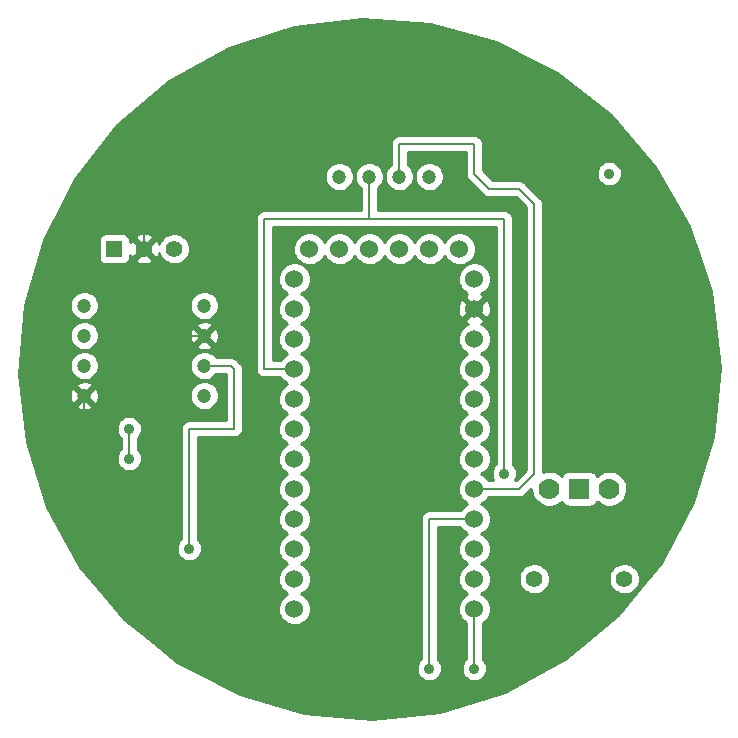
<source format=gbl>
G04 (created by PCBNEW-RS274X (2012-apr-16-27)-stable) date Tue 24 Jun 2014 04:12:54 AM EDT*
G01*
G70*
G90*
%MOIN*%
G04 Gerber Fmt 3.4, Leading zero omitted, Abs format*
%FSLAX34Y34*%
G04 APERTURE LIST*
%ADD10C,0.006000*%
%ADD11C,0.047200*%
%ADD12C,0.070000*%
%ADD13R,0.070000X0.070000*%
%ADD14C,0.060000*%
%ADD15C,0.055000*%
%ADD16R,0.055000X0.055000*%
%ADD17C,0.035000*%
%ADD18C,0.008000*%
%ADD19C,0.010000*%
G04 APERTURE END LIST*
G54D10*
G54D11*
X53500Y-40400D03*
X53500Y-39400D03*
X53500Y-38400D03*
X53500Y-37400D03*
X49500Y-37400D03*
X49500Y-38400D03*
X49500Y-39400D03*
X49500Y-40400D03*
G54D12*
X65000Y-43500D03*
G54D13*
X66000Y-43500D03*
G54D12*
X67000Y-43500D03*
G54D14*
X56500Y-47500D03*
X62500Y-43500D03*
X62500Y-42500D03*
X56500Y-42500D03*
X56500Y-43500D03*
X62500Y-46500D03*
X62500Y-45500D03*
X62500Y-44500D03*
X56500Y-44500D03*
X56500Y-45500D03*
X56500Y-46500D03*
X62500Y-41500D03*
X62500Y-40500D03*
X62500Y-39500D03*
X56500Y-39500D03*
X56500Y-40500D03*
X56500Y-41500D03*
X62500Y-38500D03*
X62500Y-37500D03*
X62500Y-36500D03*
X57000Y-35500D03*
X58000Y-35500D03*
X59000Y-35500D03*
X60000Y-35500D03*
X61000Y-35500D03*
X62000Y-35500D03*
X56500Y-36500D03*
X56500Y-37500D03*
X56500Y-38500D03*
X62500Y-47500D03*
G54D15*
X64500Y-46500D03*
X67500Y-46500D03*
G54D16*
X50500Y-35500D03*
G54D15*
X51500Y-35500D03*
X52500Y-35500D03*
G54D11*
X58000Y-33100D03*
X59000Y-33100D03*
X60000Y-33100D03*
X61000Y-33100D03*
G54D17*
X67000Y-33000D03*
X51000Y-45500D03*
X51000Y-33000D03*
X50000Y-40000D03*
X51000Y-42500D03*
X61000Y-49500D03*
X51000Y-41500D03*
X63500Y-43000D03*
X62500Y-49500D03*
X53000Y-45500D03*
G54D18*
X51500Y-35500D02*
X51500Y-33000D01*
X51500Y-33000D02*
X51000Y-33000D01*
X49500Y-44000D02*
X51000Y-44000D01*
X49500Y-40400D02*
X49500Y-44000D01*
X52600Y-38400D02*
X53500Y-38400D01*
X52500Y-40000D02*
X52500Y-38500D01*
X50000Y-40000D02*
X52500Y-40000D01*
X52500Y-38500D02*
X52600Y-38400D01*
X51000Y-44000D02*
X51000Y-45500D01*
X61000Y-44500D02*
X62500Y-44500D01*
X51000Y-41500D02*
X51000Y-42500D01*
X61000Y-49500D02*
X61000Y-44500D01*
X55500Y-34500D02*
X55500Y-39500D01*
X59000Y-34500D02*
X59000Y-33100D01*
X55500Y-39500D02*
X56500Y-39500D01*
X59000Y-34500D02*
X55500Y-34500D01*
X63500Y-43000D02*
X63500Y-34500D01*
X63500Y-34500D02*
X59000Y-34500D01*
X60000Y-32000D02*
X62500Y-32000D01*
X64000Y-33500D02*
X64500Y-34000D01*
X64000Y-43500D02*
X62500Y-43500D01*
X63000Y-33500D02*
X64000Y-33500D01*
X60000Y-33100D02*
X60000Y-32000D01*
X62500Y-32000D02*
X62500Y-33000D01*
X62500Y-33000D02*
X63000Y-33500D01*
X64500Y-34000D02*
X64500Y-43000D01*
X64500Y-43000D02*
X64000Y-43500D01*
X62500Y-49500D02*
X62500Y-47500D01*
X53500Y-39400D02*
X54400Y-39400D01*
X53000Y-41500D02*
X53000Y-45500D01*
X54500Y-41500D02*
X53000Y-41500D01*
X54500Y-39500D02*
X54500Y-41500D01*
X54400Y-39400D02*
X54500Y-39500D01*
G54D10*
G36*
X70674Y-39481D02*
X70451Y-41767D01*
X69792Y-43949D01*
X68721Y-45961D01*
X68024Y-46816D01*
X68024Y-46449D01*
X68004Y-46348D01*
X67965Y-46253D01*
X67908Y-46168D01*
X67836Y-46095D01*
X67751Y-46037D01*
X67656Y-45997D01*
X67599Y-45985D01*
X67599Y-43441D01*
X67576Y-43326D01*
X67531Y-43217D01*
X67466Y-43119D01*
X67425Y-43078D01*
X67425Y-32958D01*
X67409Y-32876D01*
X67377Y-32799D01*
X67331Y-32730D01*
X67272Y-32671D01*
X67203Y-32624D01*
X67126Y-32592D01*
X67044Y-32575D01*
X66961Y-32575D01*
X66879Y-32590D01*
X66802Y-32622D01*
X66732Y-32667D01*
X66673Y-32726D01*
X66626Y-32795D01*
X66593Y-32871D01*
X66576Y-32953D01*
X66574Y-33036D01*
X66590Y-33118D01*
X66620Y-33196D01*
X66666Y-33266D01*
X66723Y-33325D01*
X66792Y-33373D01*
X66868Y-33406D01*
X66950Y-33424D01*
X67033Y-33426D01*
X67115Y-33411D01*
X67193Y-33381D01*
X67263Y-33336D01*
X67324Y-33279D01*
X67371Y-33211D01*
X67405Y-33134D01*
X67424Y-33053D01*
X67425Y-32958D01*
X67425Y-43078D01*
X67383Y-43036D01*
X67286Y-42970D01*
X67178Y-42925D01*
X67063Y-42901D01*
X66945Y-42901D01*
X66830Y-42923D01*
X66721Y-42967D01*
X66623Y-43031D01*
X66586Y-43066D01*
X66572Y-43033D01*
X66545Y-42992D01*
X66510Y-42957D01*
X66470Y-42929D01*
X66425Y-42910D01*
X66377Y-42900D01*
X66328Y-42900D01*
X65626Y-42900D01*
X65578Y-42909D01*
X65533Y-42928D01*
X65492Y-42955D01*
X65457Y-42990D01*
X65429Y-43030D01*
X65413Y-43066D01*
X65383Y-43036D01*
X65286Y-42970D01*
X65178Y-42925D01*
X65063Y-42901D01*
X64945Y-42901D01*
X64830Y-42923D01*
X64790Y-42939D01*
X64790Y-34003D01*
X64790Y-34000D01*
X64788Y-33985D01*
X64785Y-33947D01*
X64784Y-33944D01*
X64769Y-33892D01*
X64768Y-33891D01*
X64768Y-33889D01*
X64743Y-33842D01*
X64742Y-33840D01*
X64720Y-33814D01*
X64708Y-33798D01*
X64706Y-33796D01*
X64705Y-33795D01*
X64207Y-33297D01*
X64205Y-33295D01*
X64197Y-33288D01*
X64164Y-33261D01*
X64114Y-33233D01*
X64111Y-33232D01*
X64106Y-33230D01*
X64060Y-33216D01*
X64004Y-33210D01*
X64001Y-33210D01*
X64000Y-33210D01*
X63120Y-33210D01*
X62790Y-32880D01*
X62790Y-32002D01*
X62790Y-32000D01*
X62788Y-31990D01*
X62785Y-31946D01*
X62784Y-31944D01*
X62769Y-31891D01*
X62768Y-31889D01*
X62766Y-31885D01*
X62743Y-31841D01*
X62742Y-31840D01*
X62707Y-31797D01*
X62706Y-31796D01*
X62697Y-31789D01*
X62664Y-31761D01*
X62662Y-31760D01*
X62614Y-31733D01*
X62560Y-31716D01*
X62504Y-31710D01*
X62502Y-31710D01*
X62500Y-31710D01*
X60002Y-31710D01*
X60000Y-31710D01*
X59990Y-31711D01*
X59946Y-31715D01*
X59891Y-31731D01*
X59889Y-31731D01*
X59889Y-31732D01*
X59885Y-31734D01*
X59841Y-31757D01*
X59797Y-31793D01*
X59796Y-31793D01*
X59796Y-31794D01*
X59789Y-31802D01*
X59761Y-31836D01*
X59733Y-31886D01*
X59716Y-31940D01*
X59710Y-31996D01*
X59710Y-31998D01*
X59710Y-32000D01*
X59710Y-32709D01*
X59694Y-32720D01*
X59626Y-32786D01*
X59572Y-32865D01*
X59534Y-32953D01*
X59515Y-33046D01*
X59513Y-33141D01*
X59531Y-33235D01*
X59566Y-33324D01*
X59617Y-33404D01*
X59684Y-33472D01*
X59762Y-33526D01*
X59849Y-33565D01*
X59943Y-33585D01*
X60038Y-33587D01*
X60132Y-33570D01*
X60221Y-33536D01*
X60301Y-33485D01*
X60370Y-33419D01*
X60425Y-33341D01*
X60464Y-33254D01*
X60485Y-33161D01*
X60486Y-33052D01*
X60467Y-32959D01*
X60431Y-32870D01*
X60378Y-32791D01*
X60311Y-32723D01*
X60290Y-32708D01*
X60290Y-32290D01*
X62210Y-32290D01*
X62210Y-32997D01*
X62210Y-33000D01*
X62211Y-33015D01*
X62215Y-33053D01*
X62216Y-33056D01*
X62231Y-33108D01*
X62232Y-33111D01*
X62257Y-33158D01*
X62258Y-33160D01*
X62279Y-33186D01*
X62292Y-33202D01*
X62294Y-33204D01*
X62295Y-33205D01*
X62793Y-33703D01*
X62795Y-33705D01*
X62802Y-33711D01*
X62836Y-33739D01*
X62839Y-33740D01*
X62886Y-33767D01*
X62888Y-33767D01*
X62889Y-33768D01*
X62893Y-33769D01*
X62940Y-33784D01*
X62942Y-33784D01*
X62996Y-33790D01*
X62999Y-33790D01*
X63000Y-33790D01*
X63880Y-33790D01*
X64210Y-34120D01*
X64210Y-42880D01*
X63880Y-43210D01*
X63871Y-43210D01*
X63905Y-43134D01*
X63924Y-43053D01*
X63925Y-42958D01*
X63909Y-42876D01*
X63877Y-42799D01*
X63831Y-42730D01*
X63790Y-42689D01*
X63790Y-34502D01*
X63790Y-34500D01*
X63788Y-34490D01*
X63785Y-34446D01*
X63784Y-34444D01*
X63769Y-34391D01*
X63768Y-34389D01*
X63766Y-34385D01*
X63743Y-34341D01*
X63742Y-34340D01*
X63707Y-34297D01*
X63706Y-34296D01*
X63697Y-34289D01*
X63664Y-34261D01*
X63662Y-34260D01*
X63614Y-34233D01*
X63560Y-34216D01*
X63504Y-34210D01*
X63502Y-34210D01*
X63500Y-34210D01*
X61486Y-34210D01*
X61486Y-33052D01*
X61467Y-32959D01*
X61431Y-32870D01*
X61378Y-32791D01*
X61311Y-32723D01*
X61232Y-32670D01*
X61144Y-32633D01*
X61051Y-32614D01*
X60955Y-32614D01*
X60862Y-32632D01*
X60773Y-32667D01*
X60694Y-32720D01*
X60626Y-32786D01*
X60572Y-32865D01*
X60534Y-32953D01*
X60515Y-33046D01*
X60513Y-33141D01*
X60531Y-33235D01*
X60566Y-33324D01*
X60617Y-33404D01*
X60684Y-33472D01*
X60762Y-33526D01*
X60849Y-33565D01*
X60943Y-33585D01*
X61038Y-33587D01*
X61132Y-33570D01*
X61221Y-33536D01*
X61301Y-33485D01*
X61370Y-33419D01*
X61425Y-33341D01*
X61464Y-33254D01*
X61485Y-33161D01*
X61486Y-33052D01*
X61486Y-34210D01*
X59290Y-34210D01*
X59290Y-33492D01*
X59301Y-33485D01*
X59370Y-33419D01*
X59425Y-33341D01*
X59464Y-33254D01*
X59485Y-33161D01*
X59486Y-33052D01*
X59467Y-32959D01*
X59431Y-32870D01*
X59378Y-32791D01*
X59311Y-32723D01*
X59232Y-32670D01*
X59144Y-32633D01*
X59051Y-32614D01*
X58955Y-32614D01*
X58862Y-32632D01*
X58773Y-32667D01*
X58694Y-32720D01*
X58626Y-32786D01*
X58572Y-32865D01*
X58534Y-32953D01*
X58515Y-33046D01*
X58513Y-33141D01*
X58531Y-33235D01*
X58566Y-33324D01*
X58617Y-33404D01*
X58684Y-33472D01*
X58710Y-33490D01*
X58710Y-34210D01*
X58486Y-34210D01*
X58486Y-33052D01*
X58467Y-32959D01*
X58431Y-32870D01*
X58378Y-32791D01*
X58311Y-32723D01*
X58232Y-32670D01*
X58144Y-32633D01*
X58051Y-32614D01*
X57955Y-32614D01*
X57862Y-32632D01*
X57773Y-32667D01*
X57694Y-32720D01*
X57626Y-32786D01*
X57572Y-32865D01*
X57534Y-32953D01*
X57515Y-33046D01*
X57513Y-33141D01*
X57531Y-33235D01*
X57566Y-33324D01*
X57617Y-33404D01*
X57684Y-33472D01*
X57762Y-33526D01*
X57849Y-33565D01*
X57943Y-33585D01*
X58038Y-33587D01*
X58132Y-33570D01*
X58221Y-33536D01*
X58301Y-33485D01*
X58370Y-33419D01*
X58425Y-33341D01*
X58464Y-33254D01*
X58485Y-33161D01*
X58486Y-33052D01*
X58486Y-34210D01*
X55502Y-34210D01*
X55500Y-34210D01*
X55490Y-34211D01*
X55446Y-34215D01*
X55391Y-34231D01*
X55389Y-34231D01*
X55389Y-34232D01*
X55385Y-34234D01*
X55341Y-34257D01*
X55297Y-34293D01*
X55296Y-34293D01*
X55296Y-34294D01*
X55289Y-34302D01*
X55261Y-34336D01*
X55233Y-34386D01*
X55216Y-34440D01*
X55210Y-34496D01*
X55210Y-34498D01*
X55210Y-34500D01*
X55210Y-39498D01*
X55210Y-39500D01*
X55211Y-39510D01*
X55215Y-39554D01*
X55231Y-39609D01*
X55231Y-39610D01*
X55232Y-39611D01*
X55234Y-39614D01*
X55257Y-39659D01*
X55258Y-39660D01*
X55293Y-39703D01*
X55294Y-39704D01*
X55302Y-39711D01*
X55336Y-39739D01*
X55338Y-39740D01*
X55386Y-39767D01*
X55388Y-39767D01*
X55440Y-39784D01*
X55442Y-39784D01*
X55496Y-39790D01*
X55498Y-39790D01*
X55500Y-39790D01*
X56033Y-39790D01*
X56068Y-39843D01*
X56143Y-39920D01*
X56231Y-39982D01*
X56271Y-39999D01*
X56244Y-40011D01*
X56154Y-40070D01*
X56077Y-40146D01*
X56017Y-40234D01*
X55974Y-40333D01*
X55952Y-40439D01*
X55950Y-40546D01*
X55970Y-40652D01*
X56009Y-40752D01*
X56068Y-40843D01*
X56143Y-40920D01*
X56231Y-40982D01*
X56271Y-40999D01*
X56244Y-41011D01*
X56154Y-41070D01*
X56077Y-41146D01*
X56017Y-41234D01*
X55974Y-41333D01*
X55952Y-41439D01*
X55950Y-41546D01*
X55970Y-41652D01*
X56009Y-41752D01*
X56068Y-41843D01*
X56143Y-41920D01*
X56231Y-41982D01*
X56271Y-41999D01*
X56244Y-42011D01*
X56154Y-42070D01*
X56077Y-42146D01*
X56017Y-42234D01*
X55974Y-42333D01*
X55952Y-42439D01*
X55950Y-42546D01*
X55970Y-42652D01*
X56009Y-42752D01*
X56068Y-42843D01*
X56143Y-42920D01*
X56231Y-42982D01*
X56271Y-42999D01*
X56244Y-43011D01*
X56154Y-43070D01*
X56077Y-43146D01*
X56017Y-43234D01*
X55974Y-43333D01*
X55952Y-43439D01*
X55950Y-43546D01*
X55970Y-43652D01*
X56009Y-43752D01*
X56068Y-43843D01*
X56143Y-43920D01*
X56231Y-43982D01*
X56271Y-43999D01*
X56244Y-44011D01*
X56154Y-44070D01*
X56077Y-44146D01*
X56017Y-44234D01*
X55974Y-44333D01*
X55952Y-44439D01*
X55950Y-44546D01*
X55970Y-44652D01*
X56009Y-44752D01*
X56068Y-44843D01*
X56143Y-44920D01*
X56231Y-44982D01*
X56271Y-44999D01*
X56244Y-45011D01*
X56154Y-45070D01*
X56077Y-45146D01*
X56017Y-45234D01*
X55974Y-45333D01*
X55952Y-45439D01*
X55950Y-45546D01*
X55970Y-45652D01*
X56009Y-45752D01*
X56068Y-45843D01*
X56143Y-45920D01*
X56231Y-45982D01*
X56271Y-45999D01*
X56244Y-46011D01*
X56154Y-46070D01*
X56077Y-46146D01*
X56017Y-46234D01*
X55974Y-46333D01*
X55952Y-46439D01*
X55950Y-46546D01*
X55970Y-46652D01*
X56009Y-46752D01*
X56068Y-46843D01*
X56143Y-46920D01*
X56231Y-46982D01*
X56271Y-46999D01*
X56244Y-47011D01*
X56154Y-47070D01*
X56077Y-47146D01*
X56017Y-47234D01*
X55974Y-47333D01*
X55952Y-47439D01*
X55950Y-47546D01*
X55970Y-47652D01*
X56009Y-47752D01*
X56068Y-47843D01*
X56143Y-47920D01*
X56231Y-47982D01*
X56330Y-48025D01*
X56435Y-48048D01*
X56542Y-48050D01*
X56649Y-48031D01*
X56749Y-47992D01*
X56840Y-47935D01*
X56918Y-47860D01*
X56980Y-47772D01*
X57024Y-47674D01*
X57047Y-47569D01*
X57049Y-47446D01*
X57028Y-47340D01*
X56987Y-47241D01*
X56927Y-47151D01*
X56852Y-47075D01*
X56762Y-47015D01*
X56727Y-47000D01*
X56749Y-46992D01*
X56840Y-46935D01*
X56918Y-46860D01*
X56980Y-46772D01*
X57024Y-46674D01*
X57047Y-46569D01*
X57049Y-46446D01*
X57028Y-46340D01*
X56987Y-46241D01*
X56927Y-46151D01*
X56852Y-46075D01*
X56762Y-46015D01*
X56727Y-46000D01*
X56749Y-45992D01*
X56840Y-45935D01*
X56918Y-45860D01*
X56980Y-45772D01*
X57024Y-45674D01*
X57047Y-45569D01*
X57049Y-45446D01*
X57028Y-45340D01*
X56987Y-45241D01*
X56927Y-45151D01*
X56852Y-45075D01*
X56762Y-45015D01*
X56727Y-45000D01*
X56749Y-44992D01*
X56840Y-44935D01*
X56918Y-44860D01*
X56980Y-44772D01*
X57024Y-44674D01*
X57047Y-44569D01*
X57049Y-44446D01*
X57028Y-44340D01*
X56987Y-44241D01*
X56927Y-44151D01*
X56852Y-44075D01*
X56762Y-44015D01*
X56727Y-44000D01*
X56749Y-43992D01*
X56840Y-43935D01*
X56918Y-43860D01*
X56980Y-43772D01*
X57024Y-43674D01*
X57047Y-43569D01*
X57049Y-43446D01*
X57028Y-43340D01*
X56987Y-43241D01*
X56927Y-43151D01*
X56852Y-43075D01*
X56762Y-43015D01*
X56727Y-43000D01*
X56749Y-42992D01*
X56840Y-42935D01*
X56918Y-42860D01*
X56980Y-42772D01*
X57024Y-42674D01*
X57047Y-42569D01*
X57049Y-42446D01*
X57028Y-42340D01*
X56987Y-42241D01*
X56927Y-42151D01*
X56852Y-42075D01*
X56762Y-42015D01*
X56727Y-42000D01*
X56749Y-41992D01*
X56840Y-41935D01*
X56918Y-41860D01*
X56980Y-41772D01*
X57024Y-41674D01*
X57047Y-41569D01*
X57049Y-41446D01*
X57028Y-41340D01*
X56987Y-41241D01*
X56927Y-41151D01*
X56852Y-41075D01*
X56762Y-41015D01*
X56727Y-41000D01*
X56749Y-40992D01*
X56840Y-40935D01*
X56918Y-40860D01*
X56980Y-40772D01*
X57024Y-40674D01*
X57047Y-40569D01*
X57049Y-40446D01*
X57028Y-40340D01*
X56987Y-40241D01*
X56927Y-40151D01*
X56852Y-40075D01*
X56762Y-40015D01*
X56727Y-40000D01*
X56749Y-39992D01*
X56840Y-39935D01*
X56918Y-39860D01*
X56980Y-39772D01*
X57024Y-39674D01*
X57047Y-39569D01*
X57049Y-39446D01*
X57028Y-39340D01*
X56987Y-39241D01*
X56927Y-39151D01*
X56852Y-39075D01*
X56762Y-39015D01*
X56727Y-39000D01*
X56749Y-38992D01*
X56840Y-38935D01*
X56918Y-38860D01*
X56980Y-38772D01*
X57024Y-38674D01*
X57047Y-38569D01*
X57049Y-38446D01*
X57028Y-38340D01*
X56987Y-38241D01*
X56927Y-38151D01*
X56852Y-38075D01*
X56762Y-38015D01*
X56727Y-38000D01*
X56749Y-37992D01*
X56840Y-37935D01*
X56918Y-37860D01*
X56980Y-37772D01*
X57024Y-37674D01*
X57047Y-37569D01*
X57049Y-37446D01*
X57028Y-37340D01*
X56987Y-37241D01*
X56927Y-37151D01*
X56852Y-37075D01*
X56762Y-37015D01*
X56727Y-37000D01*
X56749Y-36992D01*
X56840Y-36935D01*
X56918Y-36860D01*
X56980Y-36772D01*
X57024Y-36674D01*
X57047Y-36569D01*
X57049Y-36446D01*
X57028Y-36340D01*
X56987Y-36241D01*
X56927Y-36151D01*
X56852Y-36075D01*
X56762Y-36015D01*
X56663Y-35973D01*
X56557Y-35951D01*
X56450Y-35951D01*
X56344Y-35971D01*
X56244Y-36011D01*
X56154Y-36070D01*
X56077Y-36146D01*
X56017Y-36234D01*
X55974Y-36333D01*
X55952Y-36439D01*
X55950Y-36546D01*
X55970Y-36652D01*
X56009Y-36752D01*
X56068Y-36843D01*
X56143Y-36920D01*
X56231Y-36982D01*
X56271Y-36999D01*
X56244Y-37011D01*
X56154Y-37070D01*
X56077Y-37146D01*
X56017Y-37234D01*
X55974Y-37333D01*
X55952Y-37439D01*
X55950Y-37546D01*
X55970Y-37652D01*
X56009Y-37752D01*
X56068Y-37843D01*
X56143Y-37920D01*
X56231Y-37982D01*
X56271Y-37999D01*
X56244Y-38011D01*
X56154Y-38070D01*
X56077Y-38146D01*
X56017Y-38234D01*
X55974Y-38333D01*
X55952Y-38439D01*
X55950Y-38546D01*
X55970Y-38652D01*
X56009Y-38752D01*
X56068Y-38843D01*
X56143Y-38920D01*
X56231Y-38982D01*
X56271Y-38999D01*
X56244Y-39011D01*
X56154Y-39070D01*
X56077Y-39146D01*
X56033Y-39210D01*
X55790Y-39210D01*
X55790Y-34790D01*
X58996Y-34790D01*
X58998Y-34790D01*
X59000Y-34790D01*
X63210Y-34790D01*
X63210Y-42689D01*
X63173Y-42726D01*
X63126Y-42795D01*
X63093Y-42871D01*
X63076Y-42953D01*
X63074Y-43036D01*
X63090Y-43118D01*
X63120Y-43196D01*
X63129Y-43210D01*
X62966Y-43210D01*
X62927Y-43151D01*
X62852Y-43075D01*
X62762Y-43015D01*
X62727Y-43000D01*
X62749Y-42992D01*
X62840Y-42935D01*
X62918Y-42860D01*
X62980Y-42772D01*
X63024Y-42674D01*
X63047Y-42569D01*
X63049Y-42446D01*
X63028Y-42340D01*
X62987Y-42241D01*
X62927Y-42151D01*
X62852Y-42075D01*
X62762Y-42015D01*
X62727Y-42000D01*
X62749Y-41992D01*
X62840Y-41935D01*
X62918Y-41860D01*
X62980Y-41772D01*
X63024Y-41674D01*
X63047Y-41569D01*
X63049Y-41446D01*
X63028Y-41340D01*
X62987Y-41241D01*
X62927Y-41151D01*
X62852Y-41075D01*
X62762Y-41015D01*
X62727Y-41000D01*
X62749Y-40992D01*
X62840Y-40935D01*
X62918Y-40860D01*
X62980Y-40772D01*
X63024Y-40674D01*
X63047Y-40569D01*
X63049Y-40446D01*
X63028Y-40340D01*
X62987Y-40241D01*
X62927Y-40151D01*
X62852Y-40075D01*
X62762Y-40015D01*
X62727Y-40000D01*
X62749Y-39992D01*
X62840Y-39935D01*
X62918Y-39860D01*
X62980Y-39772D01*
X63024Y-39674D01*
X63047Y-39569D01*
X63049Y-39446D01*
X63028Y-39340D01*
X62987Y-39241D01*
X62927Y-39151D01*
X62852Y-39075D01*
X62762Y-39015D01*
X62727Y-39000D01*
X62749Y-38992D01*
X62840Y-38935D01*
X62918Y-38860D01*
X62980Y-38772D01*
X63024Y-38674D01*
X63047Y-38569D01*
X63049Y-38446D01*
X63049Y-37473D01*
X63049Y-36446D01*
X63028Y-36340D01*
X62987Y-36241D01*
X62927Y-36151D01*
X62852Y-36075D01*
X62762Y-36015D01*
X62663Y-35973D01*
X62557Y-35951D01*
X62549Y-35951D01*
X62549Y-35446D01*
X62528Y-35340D01*
X62487Y-35241D01*
X62427Y-35151D01*
X62352Y-35075D01*
X62262Y-35015D01*
X62163Y-34973D01*
X62057Y-34951D01*
X61950Y-34951D01*
X61844Y-34971D01*
X61744Y-35011D01*
X61654Y-35070D01*
X61577Y-35146D01*
X61517Y-35234D01*
X61500Y-35272D01*
X61487Y-35241D01*
X61427Y-35151D01*
X61352Y-35075D01*
X61262Y-35015D01*
X61163Y-34973D01*
X61057Y-34951D01*
X60950Y-34951D01*
X60844Y-34971D01*
X60744Y-35011D01*
X60654Y-35070D01*
X60577Y-35146D01*
X60517Y-35234D01*
X60500Y-35272D01*
X60487Y-35241D01*
X60427Y-35151D01*
X60352Y-35075D01*
X60262Y-35015D01*
X60163Y-34973D01*
X60057Y-34951D01*
X59950Y-34951D01*
X59844Y-34971D01*
X59744Y-35011D01*
X59654Y-35070D01*
X59577Y-35146D01*
X59517Y-35234D01*
X59500Y-35272D01*
X59487Y-35241D01*
X59427Y-35151D01*
X59352Y-35075D01*
X59262Y-35015D01*
X59163Y-34973D01*
X59057Y-34951D01*
X58950Y-34951D01*
X58844Y-34971D01*
X58744Y-35011D01*
X58654Y-35070D01*
X58577Y-35146D01*
X58517Y-35234D01*
X58500Y-35272D01*
X58487Y-35241D01*
X58427Y-35151D01*
X58352Y-35075D01*
X58262Y-35015D01*
X58163Y-34973D01*
X58057Y-34951D01*
X57950Y-34951D01*
X57844Y-34971D01*
X57744Y-35011D01*
X57654Y-35070D01*
X57577Y-35146D01*
X57517Y-35234D01*
X57500Y-35272D01*
X57487Y-35241D01*
X57427Y-35151D01*
X57352Y-35075D01*
X57262Y-35015D01*
X57163Y-34973D01*
X57057Y-34951D01*
X56950Y-34951D01*
X56844Y-34971D01*
X56744Y-35011D01*
X56654Y-35070D01*
X56577Y-35146D01*
X56517Y-35234D01*
X56474Y-35333D01*
X56452Y-35439D01*
X56450Y-35546D01*
X56470Y-35652D01*
X56509Y-35752D01*
X56568Y-35843D01*
X56643Y-35920D01*
X56731Y-35982D01*
X56830Y-36025D01*
X56935Y-36048D01*
X57042Y-36050D01*
X57149Y-36031D01*
X57249Y-35992D01*
X57340Y-35935D01*
X57418Y-35860D01*
X57480Y-35772D01*
X57499Y-35728D01*
X57509Y-35752D01*
X57568Y-35843D01*
X57643Y-35920D01*
X57731Y-35982D01*
X57830Y-36025D01*
X57935Y-36048D01*
X58042Y-36050D01*
X58149Y-36031D01*
X58249Y-35992D01*
X58340Y-35935D01*
X58418Y-35860D01*
X58480Y-35772D01*
X58499Y-35728D01*
X58509Y-35752D01*
X58568Y-35843D01*
X58643Y-35920D01*
X58731Y-35982D01*
X58830Y-36025D01*
X58935Y-36048D01*
X59042Y-36050D01*
X59149Y-36031D01*
X59249Y-35992D01*
X59340Y-35935D01*
X59418Y-35860D01*
X59480Y-35772D01*
X59499Y-35728D01*
X59509Y-35752D01*
X59568Y-35843D01*
X59643Y-35920D01*
X59731Y-35982D01*
X59830Y-36025D01*
X59935Y-36048D01*
X60042Y-36050D01*
X60149Y-36031D01*
X60249Y-35992D01*
X60340Y-35935D01*
X60418Y-35860D01*
X60480Y-35772D01*
X60499Y-35728D01*
X60509Y-35752D01*
X60568Y-35843D01*
X60643Y-35920D01*
X60731Y-35982D01*
X60830Y-36025D01*
X60935Y-36048D01*
X61042Y-36050D01*
X61149Y-36031D01*
X61249Y-35992D01*
X61340Y-35935D01*
X61418Y-35860D01*
X61480Y-35772D01*
X61499Y-35728D01*
X61509Y-35752D01*
X61568Y-35843D01*
X61643Y-35920D01*
X61731Y-35982D01*
X61830Y-36025D01*
X61935Y-36048D01*
X62042Y-36050D01*
X62149Y-36031D01*
X62249Y-35992D01*
X62340Y-35935D01*
X62418Y-35860D01*
X62480Y-35772D01*
X62524Y-35674D01*
X62547Y-35569D01*
X62549Y-35446D01*
X62549Y-35951D01*
X62450Y-35951D01*
X62344Y-35971D01*
X62244Y-36011D01*
X62154Y-36070D01*
X62077Y-36146D01*
X62017Y-36234D01*
X61974Y-36333D01*
X61952Y-36439D01*
X61950Y-36546D01*
X61970Y-36652D01*
X62009Y-36752D01*
X62068Y-36843D01*
X62143Y-36920D01*
X62231Y-36982D01*
X62273Y-37000D01*
X62266Y-37003D01*
X62219Y-37028D01*
X62192Y-37122D01*
X62500Y-37429D01*
X62808Y-37122D01*
X62781Y-37028D01*
X62724Y-37001D01*
X62749Y-36992D01*
X62840Y-36935D01*
X62918Y-36860D01*
X62980Y-36772D01*
X63024Y-36674D01*
X63047Y-36569D01*
X63049Y-36446D01*
X63049Y-37473D01*
X63033Y-37367D01*
X62997Y-37266D01*
X62972Y-37219D01*
X62878Y-37192D01*
X62571Y-37500D01*
X62878Y-37808D01*
X62972Y-37781D01*
X63018Y-37684D01*
X63044Y-37580D01*
X63049Y-37473D01*
X63049Y-38446D01*
X63028Y-38340D01*
X62987Y-38241D01*
X62927Y-38151D01*
X62852Y-38075D01*
X62762Y-38015D01*
X62726Y-37999D01*
X62734Y-37997D01*
X62781Y-37972D01*
X62808Y-37878D01*
X62500Y-37571D01*
X62429Y-37641D01*
X62429Y-37500D01*
X62122Y-37192D01*
X62028Y-37219D01*
X61982Y-37316D01*
X61956Y-37420D01*
X61951Y-37527D01*
X61967Y-37633D01*
X62003Y-37734D01*
X62028Y-37781D01*
X62122Y-37808D01*
X62429Y-37500D01*
X62429Y-37641D01*
X62192Y-37878D01*
X62219Y-37972D01*
X62275Y-37998D01*
X62244Y-38011D01*
X62154Y-38070D01*
X62077Y-38146D01*
X62017Y-38234D01*
X61974Y-38333D01*
X61952Y-38439D01*
X61950Y-38546D01*
X61970Y-38652D01*
X62009Y-38752D01*
X62068Y-38843D01*
X62143Y-38920D01*
X62231Y-38982D01*
X62271Y-38999D01*
X62244Y-39011D01*
X62154Y-39070D01*
X62077Y-39146D01*
X62017Y-39234D01*
X61974Y-39333D01*
X61952Y-39439D01*
X61950Y-39546D01*
X61970Y-39652D01*
X62009Y-39752D01*
X62068Y-39843D01*
X62143Y-39920D01*
X62231Y-39982D01*
X62271Y-39999D01*
X62244Y-40011D01*
X62154Y-40070D01*
X62077Y-40146D01*
X62017Y-40234D01*
X61974Y-40333D01*
X61952Y-40439D01*
X61950Y-40546D01*
X61970Y-40652D01*
X62009Y-40752D01*
X62068Y-40843D01*
X62143Y-40920D01*
X62231Y-40982D01*
X62271Y-40999D01*
X62244Y-41011D01*
X62154Y-41070D01*
X62077Y-41146D01*
X62017Y-41234D01*
X61974Y-41333D01*
X61952Y-41439D01*
X61950Y-41546D01*
X61970Y-41652D01*
X62009Y-41752D01*
X62068Y-41843D01*
X62143Y-41920D01*
X62231Y-41982D01*
X62271Y-41999D01*
X62244Y-42011D01*
X62154Y-42070D01*
X62077Y-42146D01*
X62017Y-42234D01*
X61974Y-42333D01*
X61952Y-42439D01*
X61950Y-42546D01*
X61970Y-42652D01*
X62009Y-42752D01*
X62068Y-42843D01*
X62143Y-42920D01*
X62231Y-42982D01*
X62271Y-42999D01*
X62244Y-43011D01*
X62154Y-43070D01*
X62077Y-43146D01*
X62017Y-43234D01*
X61974Y-43333D01*
X61952Y-43439D01*
X61950Y-43546D01*
X61970Y-43652D01*
X62009Y-43752D01*
X62068Y-43843D01*
X62143Y-43920D01*
X62231Y-43982D01*
X62271Y-43999D01*
X62244Y-44011D01*
X62154Y-44070D01*
X62077Y-44146D01*
X62033Y-44210D01*
X61002Y-44210D01*
X61000Y-44210D01*
X60990Y-44211D01*
X60946Y-44215D01*
X60891Y-44231D01*
X60889Y-44231D01*
X60889Y-44232D01*
X60885Y-44234D01*
X60841Y-44257D01*
X60797Y-44293D01*
X60796Y-44293D01*
X60796Y-44294D01*
X60789Y-44302D01*
X60761Y-44336D01*
X60733Y-44386D01*
X60716Y-44440D01*
X60710Y-44496D01*
X60710Y-44498D01*
X60710Y-44500D01*
X60710Y-49189D01*
X60673Y-49226D01*
X60626Y-49295D01*
X60593Y-49371D01*
X60576Y-49453D01*
X60574Y-49536D01*
X60590Y-49618D01*
X60620Y-49696D01*
X60666Y-49766D01*
X60723Y-49825D01*
X60792Y-49873D01*
X60868Y-49906D01*
X60950Y-49924D01*
X61033Y-49926D01*
X61115Y-49911D01*
X61193Y-49881D01*
X61263Y-49836D01*
X61324Y-49779D01*
X61371Y-49711D01*
X61405Y-49634D01*
X61424Y-49553D01*
X61425Y-49458D01*
X61409Y-49376D01*
X61377Y-49299D01*
X61331Y-49230D01*
X61290Y-49189D01*
X61290Y-44790D01*
X62033Y-44790D01*
X62068Y-44843D01*
X62143Y-44920D01*
X62231Y-44982D01*
X62271Y-44999D01*
X62244Y-45011D01*
X62154Y-45070D01*
X62077Y-45146D01*
X62017Y-45234D01*
X61974Y-45333D01*
X61952Y-45439D01*
X61950Y-45546D01*
X61970Y-45652D01*
X62009Y-45752D01*
X62068Y-45843D01*
X62143Y-45920D01*
X62231Y-45982D01*
X62271Y-45999D01*
X62244Y-46011D01*
X62154Y-46070D01*
X62077Y-46146D01*
X62017Y-46234D01*
X61974Y-46333D01*
X61952Y-46439D01*
X61950Y-46546D01*
X61970Y-46652D01*
X62009Y-46752D01*
X62068Y-46843D01*
X62143Y-46920D01*
X62231Y-46982D01*
X62271Y-46999D01*
X62244Y-47011D01*
X62154Y-47070D01*
X62077Y-47146D01*
X62017Y-47234D01*
X61974Y-47333D01*
X61952Y-47439D01*
X61950Y-47546D01*
X61970Y-47652D01*
X62009Y-47752D01*
X62068Y-47843D01*
X62143Y-47920D01*
X62210Y-47967D01*
X62210Y-49189D01*
X62173Y-49226D01*
X62126Y-49295D01*
X62093Y-49371D01*
X62076Y-49453D01*
X62074Y-49536D01*
X62090Y-49618D01*
X62120Y-49696D01*
X62166Y-49766D01*
X62223Y-49825D01*
X62292Y-49873D01*
X62368Y-49906D01*
X62450Y-49924D01*
X62533Y-49926D01*
X62615Y-49911D01*
X62693Y-49881D01*
X62763Y-49836D01*
X62824Y-49779D01*
X62871Y-49711D01*
X62905Y-49634D01*
X62924Y-49553D01*
X62925Y-49458D01*
X62909Y-49376D01*
X62877Y-49299D01*
X62831Y-49230D01*
X62790Y-49189D01*
X62790Y-47966D01*
X62840Y-47935D01*
X62918Y-47860D01*
X62980Y-47772D01*
X63024Y-47674D01*
X63047Y-47569D01*
X63049Y-47446D01*
X63028Y-47340D01*
X62987Y-47241D01*
X62927Y-47151D01*
X62852Y-47075D01*
X62762Y-47015D01*
X62727Y-47000D01*
X62749Y-46992D01*
X62840Y-46935D01*
X62918Y-46860D01*
X62980Y-46772D01*
X63024Y-46674D01*
X63047Y-46569D01*
X63049Y-46446D01*
X63028Y-46340D01*
X62987Y-46241D01*
X62927Y-46151D01*
X62852Y-46075D01*
X62762Y-46015D01*
X62727Y-46000D01*
X62749Y-45992D01*
X62840Y-45935D01*
X62918Y-45860D01*
X62980Y-45772D01*
X63024Y-45674D01*
X63047Y-45569D01*
X63049Y-45446D01*
X63028Y-45340D01*
X62987Y-45241D01*
X62927Y-45151D01*
X62852Y-45075D01*
X62762Y-45015D01*
X62727Y-45000D01*
X62749Y-44992D01*
X62840Y-44935D01*
X62918Y-44860D01*
X62980Y-44772D01*
X63024Y-44674D01*
X63047Y-44569D01*
X63049Y-44446D01*
X63028Y-44340D01*
X62987Y-44241D01*
X62927Y-44151D01*
X62852Y-44075D01*
X62762Y-44015D01*
X62727Y-44000D01*
X62749Y-43992D01*
X62840Y-43935D01*
X62918Y-43860D01*
X62967Y-43790D01*
X63997Y-43790D01*
X64000Y-43790D01*
X64015Y-43788D01*
X64053Y-43785D01*
X64056Y-43784D01*
X64108Y-43769D01*
X64108Y-43768D01*
X64111Y-43768D01*
X64158Y-43743D01*
X64160Y-43742D01*
X64186Y-43720D01*
X64202Y-43708D01*
X64204Y-43706D01*
X64205Y-43705D01*
X64400Y-43509D01*
X64400Y-43551D01*
X64421Y-43666D01*
X64465Y-43775D01*
X64528Y-43874D01*
X64610Y-43959D01*
X64707Y-44026D01*
X64814Y-44073D01*
X64929Y-44098D01*
X65046Y-44100D01*
X65162Y-44080D01*
X65272Y-44037D01*
X65371Y-43974D01*
X65413Y-43933D01*
X65428Y-43967D01*
X65455Y-44008D01*
X65490Y-44043D01*
X65530Y-44071D01*
X65575Y-44090D01*
X65623Y-44100D01*
X65672Y-44100D01*
X66374Y-44100D01*
X66422Y-44091D01*
X66467Y-44072D01*
X66508Y-44045D01*
X66543Y-44010D01*
X66571Y-43970D01*
X66586Y-43934D01*
X66610Y-43959D01*
X66707Y-44026D01*
X66814Y-44073D01*
X66929Y-44098D01*
X67046Y-44100D01*
X67162Y-44080D01*
X67272Y-44037D01*
X67371Y-43974D01*
X67456Y-43893D01*
X67523Y-43797D01*
X67571Y-43690D01*
X67597Y-43575D01*
X67599Y-43441D01*
X67599Y-45985D01*
X67555Y-45976D01*
X67453Y-45976D01*
X67352Y-45995D01*
X67256Y-46033D01*
X67170Y-46089D01*
X67097Y-46161D01*
X67039Y-46246D01*
X66998Y-46340D01*
X66977Y-46441D01*
X66975Y-46544D01*
X66994Y-46645D01*
X67032Y-46740D01*
X67087Y-46827D01*
X67158Y-46901D01*
X67243Y-46959D01*
X67337Y-47001D01*
X67437Y-47023D01*
X67540Y-47025D01*
X67641Y-47007D01*
X67737Y-46970D01*
X67824Y-46915D01*
X67898Y-46844D01*
X67958Y-46760D01*
X67999Y-46667D01*
X68022Y-46566D01*
X68024Y-46449D01*
X68024Y-46816D01*
X67287Y-47721D01*
X65527Y-49178D01*
X65024Y-49449D01*
X65024Y-46449D01*
X65004Y-46348D01*
X64965Y-46253D01*
X64908Y-46168D01*
X64836Y-46095D01*
X64751Y-46037D01*
X64656Y-45997D01*
X64555Y-45976D01*
X64453Y-45976D01*
X64352Y-45995D01*
X64256Y-46033D01*
X64170Y-46089D01*
X64097Y-46161D01*
X64039Y-46246D01*
X63998Y-46340D01*
X63977Y-46441D01*
X63975Y-46544D01*
X63994Y-46645D01*
X64032Y-46740D01*
X64087Y-46827D01*
X64158Y-46901D01*
X64243Y-46959D01*
X64337Y-47001D01*
X64437Y-47023D01*
X64540Y-47025D01*
X64641Y-47007D01*
X64737Y-46970D01*
X64824Y-46915D01*
X64898Y-46844D01*
X64958Y-46760D01*
X64999Y-46667D01*
X65022Y-46566D01*
X65024Y-46449D01*
X65024Y-49449D01*
X63521Y-50261D01*
X61349Y-50935D01*
X59084Y-51173D01*
X56812Y-50965D01*
X54790Y-50370D01*
X54790Y-41504D01*
X54790Y-41502D01*
X54790Y-41500D01*
X54790Y-39503D01*
X54790Y-39500D01*
X54788Y-39485D01*
X54785Y-39447D01*
X54784Y-39444D01*
X54769Y-39392D01*
X54768Y-39391D01*
X54768Y-39389D01*
X54754Y-39363D01*
X54743Y-39341D01*
X54742Y-39340D01*
X54708Y-39297D01*
X54706Y-39296D01*
X54705Y-39295D01*
X54607Y-39197D01*
X54605Y-39195D01*
X54597Y-39188D01*
X54564Y-39161D01*
X54514Y-39133D01*
X54511Y-39132D01*
X54506Y-39130D01*
X54460Y-39116D01*
X54404Y-39110D01*
X54401Y-39110D01*
X54400Y-39110D01*
X53986Y-39110D01*
X53986Y-37352D01*
X53967Y-37259D01*
X53931Y-37170D01*
X53878Y-37091D01*
X53811Y-37023D01*
X53732Y-36970D01*
X53644Y-36933D01*
X53551Y-36914D01*
X53455Y-36914D01*
X53362Y-36932D01*
X53273Y-36967D01*
X53194Y-37020D01*
X53126Y-37086D01*
X53072Y-37165D01*
X53034Y-37253D01*
X53024Y-37301D01*
X53024Y-35449D01*
X53004Y-35348D01*
X52965Y-35253D01*
X52908Y-35168D01*
X52836Y-35095D01*
X52751Y-35037D01*
X52656Y-34997D01*
X52555Y-34976D01*
X52453Y-34976D01*
X52352Y-34995D01*
X52256Y-35033D01*
X52170Y-35089D01*
X52097Y-35161D01*
X52039Y-35246D01*
X51998Y-35339D01*
X51974Y-35274D01*
X51952Y-35233D01*
X51861Y-35210D01*
X51790Y-35281D01*
X51790Y-35139D01*
X51767Y-35048D01*
X51674Y-35005D01*
X51574Y-34980D01*
X51472Y-34975D01*
X51370Y-34991D01*
X51274Y-35026D01*
X51233Y-35048D01*
X51210Y-35139D01*
X51500Y-35429D01*
X51790Y-35139D01*
X51790Y-35281D01*
X51571Y-35500D01*
X51861Y-35790D01*
X51952Y-35767D01*
X51995Y-35674D01*
X51999Y-35657D01*
X52032Y-35740D01*
X52087Y-35827D01*
X52158Y-35901D01*
X52243Y-35959D01*
X52337Y-36001D01*
X52437Y-36023D01*
X52540Y-36025D01*
X52641Y-36007D01*
X52737Y-35970D01*
X52824Y-35915D01*
X52898Y-35844D01*
X52958Y-35760D01*
X52999Y-35667D01*
X53022Y-35566D01*
X53024Y-35449D01*
X53024Y-37301D01*
X53015Y-37346D01*
X53013Y-37441D01*
X53031Y-37535D01*
X53066Y-37624D01*
X53117Y-37704D01*
X53184Y-37772D01*
X53262Y-37826D01*
X53349Y-37865D01*
X53443Y-37885D01*
X53538Y-37887D01*
X53632Y-37870D01*
X53721Y-37836D01*
X53801Y-37785D01*
X53870Y-37719D01*
X53925Y-37641D01*
X53964Y-37554D01*
X53985Y-37461D01*
X53986Y-37352D01*
X53986Y-39110D01*
X53984Y-39110D01*
X53984Y-38370D01*
X53969Y-38276D01*
X53936Y-38188D01*
X53920Y-38157D01*
X53833Y-38138D01*
X53762Y-38209D01*
X53762Y-38067D01*
X53743Y-37980D01*
X53657Y-37940D01*
X53564Y-37918D01*
X53470Y-37916D01*
X53376Y-37931D01*
X53288Y-37964D01*
X53257Y-37980D01*
X53238Y-38067D01*
X53500Y-38329D01*
X53762Y-38067D01*
X53762Y-38209D01*
X53571Y-38400D01*
X53833Y-38662D01*
X53920Y-38643D01*
X53960Y-38557D01*
X53982Y-38464D01*
X53984Y-38370D01*
X53984Y-39110D01*
X53890Y-39110D01*
X53878Y-39091D01*
X53811Y-39023D01*
X53762Y-38990D01*
X53762Y-38733D01*
X53500Y-38471D01*
X53429Y-38542D01*
X53429Y-38400D01*
X53167Y-38138D01*
X53080Y-38157D01*
X53040Y-38243D01*
X53018Y-38336D01*
X53016Y-38430D01*
X53031Y-38524D01*
X53064Y-38612D01*
X53080Y-38643D01*
X53167Y-38662D01*
X53429Y-38400D01*
X53429Y-38542D01*
X53238Y-38733D01*
X53257Y-38820D01*
X53343Y-38860D01*
X53436Y-38882D01*
X53530Y-38884D01*
X53624Y-38869D01*
X53712Y-38836D01*
X53743Y-38820D01*
X53762Y-38733D01*
X53762Y-38990D01*
X53732Y-38970D01*
X53644Y-38933D01*
X53551Y-38914D01*
X53455Y-38914D01*
X53362Y-38932D01*
X53273Y-38967D01*
X53194Y-39020D01*
X53126Y-39086D01*
X53072Y-39165D01*
X53034Y-39253D01*
X53015Y-39346D01*
X53013Y-39441D01*
X53031Y-39535D01*
X53066Y-39624D01*
X53117Y-39704D01*
X53184Y-39772D01*
X53262Y-39826D01*
X53349Y-39865D01*
X53443Y-39885D01*
X53538Y-39887D01*
X53632Y-39870D01*
X53721Y-39836D01*
X53801Y-39785D01*
X53870Y-39719D01*
X53890Y-39690D01*
X54210Y-39690D01*
X54210Y-41210D01*
X53986Y-41210D01*
X53986Y-40352D01*
X53967Y-40259D01*
X53931Y-40170D01*
X53878Y-40091D01*
X53811Y-40023D01*
X53732Y-39970D01*
X53644Y-39933D01*
X53551Y-39914D01*
X53455Y-39914D01*
X53362Y-39932D01*
X53273Y-39967D01*
X53194Y-40020D01*
X53126Y-40086D01*
X53072Y-40165D01*
X53034Y-40253D01*
X53015Y-40346D01*
X53013Y-40441D01*
X53031Y-40535D01*
X53066Y-40624D01*
X53117Y-40704D01*
X53184Y-40772D01*
X53262Y-40826D01*
X53349Y-40865D01*
X53443Y-40885D01*
X53538Y-40887D01*
X53632Y-40870D01*
X53721Y-40836D01*
X53801Y-40785D01*
X53870Y-40719D01*
X53925Y-40641D01*
X53964Y-40554D01*
X53985Y-40461D01*
X53986Y-40352D01*
X53986Y-41210D01*
X53002Y-41210D01*
X53000Y-41210D01*
X52990Y-41211D01*
X52946Y-41215D01*
X52891Y-41231D01*
X52889Y-41231D01*
X52889Y-41232D01*
X52885Y-41234D01*
X52841Y-41257D01*
X52797Y-41293D01*
X52796Y-41293D01*
X52796Y-41294D01*
X52789Y-41302D01*
X52761Y-41336D01*
X52733Y-41386D01*
X52716Y-41440D01*
X52710Y-41496D01*
X52710Y-41498D01*
X52710Y-41500D01*
X52710Y-45189D01*
X52673Y-45226D01*
X52626Y-45295D01*
X52593Y-45371D01*
X52576Y-45453D01*
X52574Y-45536D01*
X52590Y-45618D01*
X52620Y-45696D01*
X52666Y-45766D01*
X52723Y-45825D01*
X52792Y-45873D01*
X52868Y-45906D01*
X52950Y-45924D01*
X53033Y-45926D01*
X53115Y-45911D01*
X53193Y-45881D01*
X53263Y-45836D01*
X53324Y-45779D01*
X53371Y-45711D01*
X53405Y-45634D01*
X53424Y-45553D01*
X53425Y-45458D01*
X53409Y-45376D01*
X53377Y-45299D01*
X53331Y-45230D01*
X53290Y-45189D01*
X53290Y-41790D01*
X54498Y-41790D01*
X54500Y-41790D01*
X54510Y-41788D01*
X54554Y-41785D01*
X54556Y-41784D01*
X54609Y-41769D01*
X54610Y-41768D01*
X54611Y-41768D01*
X54614Y-41766D01*
X54659Y-41743D01*
X54660Y-41742D01*
X54703Y-41707D01*
X54703Y-41706D01*
X54704Y-41706D01*
X54711Y-41697D01*
X54739Y-41664D01*
X54740Y-41662D01*
X54767Y-41614D01*
X54767Y-41612D01*
X54784Y-41560D01*
X54784Y-41558D01*
X54790Y-41504D01*
X54790Y-50370D01*
X54624Y-50322D01*
X52604Y-49265D01*
X51790Y-48610D01*
X51790Y-35861D01*
X51500Y-35571D01*
X51429Y-35642D01*
X51429Y-35500D01*
X51139Y-35210D01*
X51048Y-35233D01*
X51025Y-35282D01*
X51025Y-35201D01*
X51016Y-35153D01*
X50997Y-35108D01*
X50970Y-35067D01*
X50935Y-35032D01*
X50895Y-35004D01*
X50850Y-34985D01*
X50802Y-34975D01*
X50753Y-34975D01*
X50201Y-34975D01*
X50153Y-34984D01*
X50108Y-35003D01*
X50067Y-35030D01*
X50032Y-35065D01*
X50004Y-35105D01*
X49985Y-35150D01*
X49975Y-35198D01*
X49975Y-35247D01*
X49975Y-35799D01*
X49984Y-35847D01*
X50003Y-35892D01*
X50030Y-35933D01*
X50065Y-35968D01*
X50105Y-35996D01*
X50150Y-36015D01*
X50198Y-36025D01*
X50247Y-36025D01*
X50799Y-36025D01*
X50847Y-36016D01*
X50892Y-35997D01*
X50933Y-35970D01*
X50968Y-35935D01*
X50996Y-35895D01*
X51015Y-35850D01*
X51025Y-35802D01*
X51025Y-35753D01*
X51025Y-35723D01*
X51026Y-35726D01*
X51048Y-35767D01*
X51139Y-35790D01*
X51429Y-35500D01*
X51429Y-35642D01*
X51210Y-35861D01*
X51233Y-35952D01*
X51326Y-35995D01*
X51426Y-36020D01*
X51528Y-36025D01*
X51630Y-36009D01*
X51726Y-35974D01*
X51767Y-35952D01*
X51790Y-35861D01*
X51790Y-48610D01*
X51425Y-48317D01*
X51425Y-42458D01*
X51409Y-42376D01*
X51377Y-42299D01*
X51331Y-42230D01*
X51290Y-42189D01*
X51290Y-41810D01*
X51324Y-41779D01*
X51371Y-41711D01*
X51405Y-41634D01*
X51424Y-41553D01*
X51425Y-41458D01*
X51409Y-41376D01*
X51377Y-41299D01*
X51331Y-41230D01*
X51272Y-41171D01*
X51203Y-41124D01*
X51126Y-41092D01*
X51044Y-41075D01*
X50961Y-41075D01*
X50879Y-41090D01*
X50802Y-41122D01*
X50732Y-41167D01*
X50673Y-41226D01*
X50626Y-41295D01*
X50593Y-41371D01*
X50576Y-41453D01*
X50574Y-41536D01*
X50590Y-41618D01*
X50620Y-41696D01*
X50666Y-41766D01*
X50710Y-41811D01*
X50710Y-42189D01*
X50673Y-42226D01*
X50626Y-42295D01*
X50593Y-42371D01*
X50576Y-42453D01*
X50574Y-42536D01*
X50590Y-42618D01*
X50620Y-42696D01*
X50666Y-42766D01*
X50723Y-42825D01*
X50792Y-42873D01*
X50868Y-42906D01*
X50950Y-42924D01*
X51033Y-42926D01*
X51115Y-42911D01*
X51193Y-42881D01*
X51263Y-42836D01*
X51324Y-42779D01*
X51371Y-42711D01*
X51405Y-42634D01*
X51424Y-42553D01*
X51425Y-42458D01*
X51425Y-48317D01*
X50835Y-47843D01*
X49986Y-46831D01*
X49986Y-39352D01*
X49986Y-38352D01*
X49986Y-37352D01*
X49967Y-37259D01*
X49931Y-37170D01*
X49878Y-37091D01*
X49811Y-37023D01*
X49732Y-36970D01*
X49644Y-36933D01*
X49551Y-36914D01*
X49455Y-36914D01*
X49362Y-36932D01*
X49273Y-36967D01*
X49194Y-37020D01*
X49126Y-37086D01*
X49072Y-37165D01*
X49034Y-37253D01*
X49015Y-37346D01*
X49013Y-37441D01*
X49031Y-37535D01*
X49066Y-37624D01*
X49117Y-37704D01*
X49184Y-37772D01*
X49262Y-37826D01*
X49349Y-37865D01*
X49443Y-37885D01*
X49538Y-37887D01*
X49632Y-37870D01*
X49721Y-37836D01*
X49801Y-37785D01*
X49870Y-37719D01*
X49925Y-37641D01*
X49964Y-37554D01*
X49985Y-37461D01*
X49986Y-37352D01*
X49986Y-38352D01*
X49967Y-38259D01*
X49931Y-38170D01*
X49878Y-38091D01*
X49811Y-38023D01*
X49732Y-37970D01*
X49644Y-37933D01*
X49551Y-37914D01*
X49455Y-37914D01*
X49362Y-37932D01*
X49273Y-37967D01*
X49194Y-38020D01*
X49126Y-38086D01*
X49072Y-38165D01*
X49034Y-38253D01*
X49015Y-38346D01*
X49013Y-38441D01*
X49031Y-38535D01*
X49066Y-38624D01*
X49117Y-38704D01*
X49184Y-38772D01*
X49262Y-38826D01*
X49349Y-38865D01*
X49443Y-38885D01*
X49538Y-38887D01*
X49632Y-38870D01*
X49721Y-38836D01*
X49801Y-38785D01*
X49870Y-38719D01*
X49925Y-38641D01*
X49964Y-38554D01*
X49985Y-38461D01*
X49986Y-38352D01*
X49986Y-39352D01*
X49967Y-39259D01*
X49931Y-39170D01*
X49878Y-39091D01*
X49811Y-39023D01*
X49732Y-38970D01*
X49644Y-38933D01*
X49551Y-38914D01*
X49455Y-38914D01*
X49362Y-38932D01*
X49273Y-38967D01*
X49194Y-39020D01*
X49126Y-39086D01*
X49072Y-39165D01*
X49034Y-39253D01*
X49015Y-39346D01*
X49013Y-39441D01*
X49031Y-39535D01*
X49066Y-39624D01*
X49117Y-39704D01*
X49184Y-39772D01*
X49262Y-39826D01*
X49349Y-39865D01*
X49443Y-39885D01*
X49538Y-39887D01*
X49632Y-39870D01*
X49721Y-39836D01*
X49801Y-39785D01*
X49870Y-39719D01*
X49925Y-39641D01*
X49964Y-39554D01*
X49985Y-39461D01*
X49986Y-39352D01*
X49986Y-46831D01*
X49984Y-46829D01*
X49984Y-40370D01*
X49969Y-40276D01*
X49936Y-40188D01*
X49920Y-40157D01*
X49833Y-40138D01*
X49762Y-40209D01*
X49762Y-40067D01*
X49743Y-39980D01*
X49657Y-39940D01*
X49564Y-39918D01*
X49470Y-39916D01*
X49376Y-39931D01*
X49288Y-39964D01*
X49257Y-39980D01*
X49238Y-40067D01*
X49500Y-40329D01*
X49762Y-40067D01*
X49762Y-40209D01*
X49571Y-40400D01*
X49833Y-40662D01*
X49920Y-40643D01*
X49960Y-40557D01*
X49982Y-40464D01*
X49984Y-40370D01*
X49984Y-46829D01*
X49762Y-46564D01*
X49762Y-40733D01*
X49500Y-40471D01*
X49429Y-40542D01*
X49429Y-40400D01*
X49167Y-40138D01*
X49080Y-40157D01*
X49040Y-40243D01*
X49018Y-40336D01*
X49016Y-40430D01*
X49031Y-40524D01*
X49064Y-40612D01*
X49080Y-40643D01*
X49167Y-40662D01*
X49429Y-40400D01*
X49429Y-40542D01*
X49238Y-40733D01*
X49257Y-40820D01*
X49343Y-40860D01*
X49436Y-40882D01*
X49530Y-40884D01*
X49624Y-40869D01*
X49712Y-40836D01*
X49743Y-40820D01*
X49762Y-40733D01*
X49762Y-46564D01*
X49366Y-46093D01*
X48270Y-44098D01*
X47581Y-41927D01*
X47327Y-39664D01*
X47518Y-37390D01*
X48145Y-35205D01*
X49187Y-33177D01*
X50601Y-31391D01*
X52335Y-29915D01*
X54323Y-28804D01*
X56495Y-28098D01*
X58752Y-27829D01*
X61033Y-28005D01*
X63220Y-28616D01*
X65256Y-29644D01*
X67047Y-31043D01*
X68538Y-32771D01*
X69665Y-34753D01*
X70383Y-36912D01*
X70670Y-39182D01*
X70674Y-39481D01*
X70674Y-39481D01*
G37*
G54D19*
X70674Y-39481D02*
X70451Y-41767D01*
X69792Y-43949D01*
X68721Y-45961D01*
X68024Y-46816D01*
X68024Y-46449D01*
X68004Y-46348D01*
X67965Y-46253D01*
X67908Y-46168D01*
X67836Y-46095D01*
X67751Y-46037D01*
X67656Y-45997D01*
X67599Y-45985D01*
X67599Y-43441D01*
X67576Y-43326D01*
X67531Y-43217D01*
X67466Y-43119D01*
X67425Y-43078D01*
X67425Y-32958D01*
X67409Y-32876D01*
X67377Y-32799D01*
X67331Y-32730D01*
X67272Y-32671D01*
X67203Y-32624D01*
X67126Y-32592D01*
X67044Y-32575D01*
X66961Y-32575D01*
X66879Y-32590D01*
X66802Y-32622D01*
X66732Y-32667D01*
X66673Y-32726D01*
X66626Y-32795D01*
X66593Y-32871D01*
X66576Y-32953D01*
X66574Y-33036D01*
X66590Y-33118D01*
X66620Y-33196D01*
X66666Y-33266D01*
X66723Y-33325D01*
X66792Y-33373D01*
X66868Y-33406D01*
X66950Y-33424D01*
X67033Y-33426D01*
X67115Y-33411D01*
X67193Y-33381D01*
X67263Y-33336D01*
X67324Y-33279D01*
X67371Y-33211D01*
X67405Y-33134D01*
X67424Y-33053D01*
X67425Y-32958D01*
X67425Y-43078D01*
X67383Y-43036D01*
X67286Y-42970D01*
X67178Y-42925D01*
X67063Y-42901D01*
X66945Y-42901D01*
X66830Y-42923D01*
X66721Y-42967D01*
X66623Y-43031D01*
X66586Y-43066D01*
X66572Y-43033D01*
X66545Y-42992D01*
X66510Y-42957D01*
X66470Y-42929D01*
X66425Y-42910D01*
X66377Y-42900D01*
X66328Y-42900D01*
X65626Y-42900D01*
X65578Y-42909D01*
X65533Y-42928D01*
X65492Y-42955D01*
X65457Y-42990D01*
X65429Y-43030D01*
X65413Y-43066D01*
X65383Y-43036D01*
X65286Y-42970D01*
X65178Y-42925D01*
X65063Y-42901D01*
X64945Y-42901D01*
X64830Y-42923D01*
X64790Y-42939D01*
X64790Y-34003D01*
X64790Y-34000D01*
X64788Y-33985D01*
X64785Y-33947D01*
X64784Y-33944D01*
X64769Y-33892D01*
X64768Y-33891D01*
X64768Y-33889D01*
X64743Y-33842D01*
X64742Y-33840D01*
X64720Y-33814D01*
X64708Y-33798D01*
X64706Y-33796D01*
X64705Y-33795D01*
X64207Y-33297D01*
X64205Y-33295D01*
X64197Y-33288D01*
X64164Y-33261D01*
X64114Y-33233D01*
X64111Y-33232D01*
X64106Y-33230D01*
X64060Y-33216D01*
X64004Y-33210D01*
X64001Y-33210D01*
X64000Y-33210D01*
X63120Y-33210D01*
X62790Y-32880D01*
X62790Y-32002D01*
X62790Y-32000D01*
X62788Y-31990D01*
X62785Y-31946D01*
X62784Y-31944D01*
X62769Y-31891D01*
X62768Y-31889D01*
X62766Y-31885D01*
X62743Y-31841D01*
X62742Y-31840D01*
X62707Y-31797D01*
X62706Y-31796D01*
X62697Y-31789D01*
X62664Y-31761D01*
X62662Y-31760D01*
X62614Y-31733D01*
X62560Y-31716D01*
X62504Y-31710D01*
X62502Y-31710D01*
X62500Y-31710D01*
X60002Y-31710D01*
X60000Y-31710D01*
X59990Y-31711D01*
X59946Y-31715D01*
X59891Y-31731D01*
X59889Y-31731D01*
X59889Y-31732D01*
X59885Y-31734D01*
X59841Y-31757D01*
X59797Y-31793D01*
X59796Y-31793D01*
X59796Y-31794D01*
X59789Y-31802D01*
X59761Y-31836D01*
X59733Y-31886D01*
X59716Y-31940D01*
X59710Y-31996D01*
X59710Y-31998D01*
X59710Y-32000D01*
X59710Y-32709D01*
X59694Y-32720D01*
X59626Y-32786D01*
X59572Y-32865D01*
X59534Y-32953D01*
X59515Y-33046D01*
X59513Y-33141D01*
X59531Y-33235D01*
X59566Y-33324D01*
X59617Y-33404D01*
X59684Y-33472D01*
X59762Y-33526D01*
X59849Y-33565D01*
X59943Y-33585D01*
X60038Y-33587D01*
X60132Y-33570D01*
X60221Y-33536D01*
X60301Y-33485D01*
X60370Y-33419D01*
X60425Y-33341D01*
X60464Y-33254D01*
X60485Y-33161D01*
X60486Y-33052D01*
X60467Y-32959D01*
X60431Y-32870D01*
X60378Y-32791D01*
X60311Y-32723D01*
X60290Y-32708D01*
X60290Y-32290D01*
X62210Y-32290D01*
X62210Y-32997D01*
X62210Y-33000D01*
X62211Y-33015D01*
X62215Y-33053D01*
X62216Y-33056D01*
X62231Y-33108D01*
X62232Y-33111D01*
X62257Y-33158D01*
X62258Y-33160D01*
X62279Y-33186D01*
X62292Y-33202D01*
X62294Y-33204D01*
X62295Y-33205D01*
X62793Y-33703D01*
X62795Y-33705D01*
X62802Y-33711D01*
X62836Y-33739D01*
X62839Y-33740D01*
X62886Y-33767D01*
X62888Y-33767D01*
X62889Y-33768D01*
X62893Y-33769D01*
X62940Y-33784D01*
X62942Y-33784D01*
X62996Y-33790D01*
X62999Y-33790D01*
X63000Y-33790D01*
X63880Y-33790D01*
X64210Y-34120D01*
X64210Y-42880D01*
X63880Y-43210D01*
X63871Y-43210D01*
X63905Y-43134D01*
X63924Y-43053D01*
X63925Y-42958D01*
X63909Y-42876D01*
X63877Y-42799D01*
X63831Y-42730D01*
X63790Y-42689D01*
X63790Y-34502D01*
X63790Y-34500D01*
X63788Y-34490D01*
X63785Y-34446D01*
X63784Y-34444D01*
X63769Y-34391D01*
X63768Y-34389D01*
X63766Y-34385D01*
X63743Y-34341D01*
X63742Y-34340D01*
X63707Y-34297D01*
X63706Y-34296D01*
X63697Y-34289D01*
X63664Y-34261D01*
X63662Y-34260D01*
X63614Y-34233D01*
X63560Y-34216D01*
X63504Y-34210D01*
X63502Y-34210D01*
X63500Y-34210D01*
X61486Y-34210D01*
X61486Y-33052D01*
X61467Y-32959D01*
X61431Y-32870D01*
X61378Y-32791D01*
X61311Y-32723D01*
X61232Y-32670D01*
X61144Y-32633D01*
X61051Y-32614D01*
X60955Y-32614D01*
X60862Y-32632D01*
X60773Y-32667D01*
X60694Y-32720D01*
X60626Y-32786D01*
X60572Y-32865D01*
X60534Y-32953D01*
X60515Y-33046D01*
X60513Y-33141D01*
X60531Y-33235D01*
X60566Y-33324D01*
X60617Y-33404D01*
X60684Y-33472D01*
X60762Y-33526D01*
X60849Y-33565D01*
X60943Y-33585D01*
X61038Y-33587D01*
X61132Y-33570D01*
X61221Y-33536D01*
X61301Y-33485D01*
X61370Y-33419D01*
X61425Y-33341D01*
X61464Y-33254D01*
X61485Y-33161D01*
X61486Y-33052D01*
X61486Y-34210D01*
X59290Y-34210D01*
X59290Y-33492D01*
X59301Y-33485D01*
X59370Y-33419D01*
X59425Y-33341D01*
X59464Y-33254D01*
X59485Y-33161D01*
X59486Y-33052D01*
X59467Y-32959D01*
X59431Y-32870D01*
X59378Y-32791D01*
X59311Y-32723D01*
X59232Y-32670D01*
X59144Y-32633D01*
X59051Y-32614D01*
X58955Y-32614D01*
X58862Y-32632D01*
X58773Y-32667D01*
X58694Y-32720D01*
X58626Y-32786D01*
X58572Y-32865D01*
X58534Y-32953D01*
X58515Y-33046D01*
X58513Y-33141D01*
X58531Y-33235D01*
X58566Y-33324D01*
X58617Y-33404D01*
X58684Y-33472D01*
X58710Y-33490D01*
X58710Y-34210D01*
X58486Y-34210D01*
X58486Y-33052D01*
X58467Y-32959D01*
X58431Y-32870D01*
X58378Y-32791D01*
X58311Y-32723D01*
X58232Y-32670D01*
X58144Y-32633D01*
X58051Y-32614D01*
X57955Y-32614D01*
X57862Y-32632D01*
X57773Y-32667D01*
X57694Y-32720D01*
X57626Y-32786D01*
X57572Y-32865D01*
X57534Y-32953D01*
X57515Y-33046D01*
X57513Y-33141D01*
X57531Y-33235D01*
X57566Y-33324D01*
X57617Y-33404D01*
X57684Y-33472D01*
X57762Y-33526D01*
X57849Y-33565D01*
X57943Y-33585D01*
X58038Y-33587D01*
X58132Y-33570D01*
X58221Y-33536D01*
X58301Y-33485D01*
X58370Y-33419D01*
X58425Y-33341D01*
X58464Y-33254D01*
X58485Y-33161D01*
X58486Y-33052D01*
X58486Y-34210D01*
X55502Y-34210D01*
X55500Y-34210D01*
X55490Y-34211D01*
X55446Y-34215D01*
X55391Y-34231D01*
X55389Y-34231D01*
X55389Y-34232D01*
X55385Y-34234D01*
X55341Y-34257D01*
X55297Y-34293D01*
X55296Y-34293D01*
X55296Y-34294D01*
X55289Y-34302D01*
X55261Y-34336D01*
X55233Y-34386D01*
X55216Y-34440D01*
X55210Y-34496D01*
X55210Y-34498D01*
X55210Y-34500D01*
X55210Y-39498D01*
X55210Y-39500D01*
X55211Y-39510D01*
X55215Y-39554D01*
X55231Y-39609D01*
X55231Y-39610D01*
X55232Y-39611D01*
X55234Y-39614D01*
X55257Y-39659D01*
X55258Y-39660D01*
X55293Y-39703D01*
X55294Y-39704D01*
X55302Y-39711D01*
X55336Y-39739D01*
X55338Y-39740D01*
X55386Y-39767D01*
X55388Y-39767D01*
X55440Y-39784D01*
X55442Y-39784D01*
X55496Y-39790D01*
X55498Y-39790D01*
X55500Y-39790D01*
X56033Y-39790D01*
X56068Y-39843D01*
X56143Y-39920D01*
X56231Y-39982D01*
X56271Y-39999D01*
X56244Y-40011D01*
X56154Y-40070D01*
X56077Y-40146D01*
X56017Y-40234D01*
X55974Y-40333D01*
X55952Y-40439D01*
X55950Y-40546D01*
X55970Y-40652D01*
X56009Y-40752D01*
X56068Y-40843D01*
X56143Y-40920D01*
X56231Y-40982D01*
X56271Y-40999D01*
X56244Y-41011D01*
X56154Y-41070D01*
X56077Y-41146D01*
X56017Y-41234D01*
X55974Y-41333D01*
X55952Y-41439D01*
X55950Y-41546D01*
X55970Y-41652D01*
X56009Y-41752D01*
X56068Y-41843D01*
X56143Y-41920D01*
X56231Y-41982D01*
X56271Y-41999D01*
X56244Y-42011D01*
X56154Y-42070D01*
X56077Y-42146D01*
X56017Y-42234D01*
X55974Y-42333D01*
X55952Y-42439D01*
X55950Y-42546D01*
X55970Y-42652D01*
X56009Y-42752D01*
X56068Y-42843D01*
X56143Y-42920D01*
X56231Y-42982D01*
X56271Y-42999D01*
X56244Y-43011D01*
X56154Y-43070D01*
X56077Y-43146D01*
X56017Y-43234D01*
X55974Y-43333D01*
X55952Y-43439D01*
X55950Y-43546D01*
X55970Y-43652D01*
X56009Y-43752D01*
X56068Y-43843D01*
X56143Y-43920D01*
X56231Y-43982D01*
X56271Y-43999D01*
X56244Y-44011D01*
X56154Y-44070D01*
X56077Y-44146D01*
X56017Y-44234D01*
X55974Y-44333D01*
X55952Y-44439D01*
X55950Y-44546D01*
X55970Y-44652D01*
X56009Y-44752D01*
X56068Y-44843D01*
X56143Y-44920D01*
X56231Y-44982D01*
X56271Y-44999D01*
X56244Y-45011D01*
X56154Y-45070D01*
X56077Y-45146D01*
X56017Y-45234D01*
X55974Y-45333D01*
X55952Y-45439D01*
X55950Y-45546D01*
X55970Y-45652D01*
X56009Y-45752D01*
X56068Y-45843D01*
X56143Y-45920D01*
X56231Y-45982D01*
X56271Y-45999D01*
X56244Y-46011D01*
X56154Y-46070D01*
X56077Y-46146D01*
X56017Y-46234D01*
X55974Y-46333D01*
X55952Y-46439D01*
X55950Y-46546D01*
X55970Y-46652D01*
X56009Y-46752D01*
X56068Y-46843D01*
X56143Y-46920D01*
X56231Y-46982D01*
X56271Y-46999D01*
X56244Y-47011D01*
X56154Y-47070D01*
X56077Y-47146D01*
X56017Y-47234D01*
X55974Y-47333D01*
X55952Y-47439D01*
X55950Y-47546D01*
X55970Y-47652D01*
X56009Y-47752D01*
X56068Y-47843D01*
X56143Y-47920D01*
X56231Y-47982D01*
X56330Y-48025D01*
X56435Y-48048D01*
X56542Y-48050D01*
X56649Y-48031D01*
X56749Y-47992D01*
X56840Y-47935D01*
X56918Y-47860D01*
X56980Y-47772D01*
X57024Y-47674D01*
X57047Y-47569D01*
X57049Y-47446D01*
X57028Y-47340D01*
X56987Y-47241D01*
X56927Y-47151D01*
X56852Y-47075D01*
X56762Y-47015D01*
X56727Y-47000D01*
X56749Y-46992D01*
X56840Y-46935D01*
X56918Y-46860D01*
X56980Y-46772D01*
X57024Y-46674D01*
X57047Y-46569D01*
X57049Y-46446D01*
X57028Y-46340D01*
X56987Y-46241D01*
X56927Y-46151D01*
X56852Y-46075D01*
X56762Y-46015D01*
X56727Y-46000D01*
X56749Y-45992D01*
X56840Y-45935D01*
X56918Y-45860D01*
X56980Y-45772D01*
X57024Y-45674D01*
X57047Y-45569D01*
X57049Y-45446D01*
X57028Y-45340D01*
X56987Y-45241D01*
X56927Y-45151D01*
X56852Y-45075D01*
X56762Y-45015D01*
X56727Y-45000D01*
X56749Y-44992D01*
X56840Y-44935D01*
X56918Y-44860D01*
X56980Y-44772D01*
X57024Y-44674D01*
X57047Y-44569D01*
X57049Y-44446D01*
X57028Y-44340D01*
X56987Y-44241D01*
X56927Y-44151D01*
X56852Y-44075D01*
X56762Y-44015D01*
X56727Y-44000D01*
X56749Y-43992D01*
X56840Y-43935D01*
X56918Y-43860D01*
X56980Y-43772D01*
X57024Y-43674D01*
X57047Y-43569D01*
X57049Y-43446D01*
X57028Y-43340D01*
X56987Y-43241D01*
X56927Y-43151D01*
X56852Y-43075D01*
X56762Y-43015D01*
X56727Y-43000D01*
X56749Y-42992D01*
X56840Y-42935D01*
X56918Y-42860D01*
X56980Y-42772D01*
X57024Y-42674D01*
X57047Y-42569D01*
X57049Y-42446D01*
X57028Y-42340D01*
X56987Y-42241D01*
X56927Y-42151D01*
X56852Y-42075D01*
X56762Y-42015D01*
X56727Y-42000D01*
X56749Y-41992D01*
X56840Y-41935D01*
X56918Y-41860D01*
X56980Y-41772D01*
X57024Y-41674D01*
X57047Y-41569D01*
X57049Y-41446D01*
X57028Y-41340D01*
X56987Y-41241D01*
X56927Y-41151D01*
X56852Y-41075D01*
X56762Y-41015D01*
X56727Y-41000D01*
X56749Y-40992D01*
X56840Y-40935D01*
X56918Y-40860D01*
X56980Y-40772D01*
X57024Y-40674D01*
X57047Y-40569D01*
X57049Y-40446D01*
X57028Y-40340D01*
X56987Y-40241D01*
X56927Y-40151D01*
X56852Y-40075D01*
X56762Y-40015D01*
X56727Y-40000D01*
X56749Y-39992D01*
X56840Y-39935D01*
X56918Y-39860D01*
X56980Y-39772D01*
X57024Y-39674D01*
X57047Y-39569D01*
X57049Y-39446D01*
X57028Y-39340D01*
X56987Y-39241D01*
X56927Y-39151D01*
X56852Y-39075D01*
X56762Y-39015D01*
X56727Y-39000D01*
X56749Y-38992D01*
X56840Y-38935D01*
X56918Y-38860D01*
X56980Y-38772D01*
X57024Y-38674D01*
X57047Y-38569D01*
X57049Y-38446D01*
X57028Y-38340D01*
X56987Y-38241D01*
X56927Y-38151D01*
X56852Y-38075D01*
X56762Y-38015D01*
X56727Y-38000D01*
X56749Y-37992D01*
X56840Y-37935D01*
X56918Y-37860D01*
X56980Y-37772D01*
X57024Y-37674D01*
X57047Y-37569D01*
X57049Y-37446D01*
X57028Y-37340D01*
X56987Y-37241D01*
X56927Y-37151D01*
X56852Y-37075D01*
X56762Y-37015D01*
X56727Y-37000D01*
X56749Y-36992D01*
X56840Y-36935D01*
X56918Y-36860D01*
X56980Y-36772D01*
X57024Y-36674D01*
X57047Y-36569D01*
X57049Y-36446D01*
X57028Y-36340D01*
X56987Y-36241D01*
X56927Y-36151D01*
X56852Y-36075D01*
X56762Y-36015D01*
X56663Y-35973D01*
X56557Y-35951D01*
X56450Y-35951D01*
X56344Y-35971D01*
X56244Y-36011D01*
X56154Y-36070D01*
X56077Y-36146D01*
X56017Y-36234D01*
X55974Y-36333D01*
X55952Y-36439D01*
X55950Y-36546D01*
X55970Y-36652D01*
X56009Y-36752D01*
X56068Y-36843D01*
X56143Y-36920D01*
X56231Y-36982D01*
X56271Y-36999D01*
X56244Y-37011D01*
X56154Y-37070D01*
X56077Y-37146D01*
X56017Y-37234D01*
X55974Y-37333D01*
X55952Y-37439D01*
X55950Y-37546D01*
X55970Y-37652D01*
X56009Y-37752D01*
X56068Y-37843D01*
X56143Y-37920D01*
X56231Y-37982D01*
X56271Y-37999D01*
X56244Y-38011D01*
X56154Y-38070D01*
X56077Y-38146D01*
X56017Y-38234D01*
X55974Y-38333D01*
X55952Y-38439D01*
X55950Y-38546D01*
X55970Y-38652D01*
X56009Y-38752D01*
X56068Y-38843D01*
X56143Y-38920D01*
X56231Y-38982D01*
X56271Y-38999D01*
X56244Y-39011D01*
X56154Y-39070D01*
X56077Y-39146D01*
X56033Y-39210D01*
X55790Y-39210D01*
X55790Y-34790D01*
X58996Y-34790D01*
X58998Y-34790D01*
X59000Y-34790D01*
X63210Y-34790D01*
X63210Y-42689D01*
X63173Y-42726D01*
X63126Y-42795D01*
X63093Y-42871D01*
X63076Y-42953D01*
X63074Y-43036D01*
X63090Y-43118D01*
X63120Y-43196D01*
X63129Y-43210D01*
X62966Y-43210D01*
X62927Y-43151D01*
X62852Y-43075D01*
X62762Y-43015D01*
X62727Y-43000D01*
X62749Y-42992D01*
X62840Y-42935D01*
X62918Y-42860D01*
X62980Y-42772D01*
X63024Y-42674D01*
X63047Y-42569D01*
X63049Y-42446D01*
X63028Y-42340D01*
X62987Y-42241D01*
X62927Y-42151D01*
X62852Y-42075D01*
X62762Y-42015D01*
X62727Y-42000D01*
X62749Y-41992D01*
X62840Y-41935D01*
X62918Y-41860D01*
X62980Y-41772D01*
X63024Y-41674D01*
X63047Y-41569D01*
X63049Y-41446D01*
X63028Y-41340D01*
X62987Y-41241D01*
X62927Y-41151D01*
X62852Y-41075D01*
X62762Y-41015D01*
X62727Y-41000D01*
X62749Y-40992D01*
X62840Y-40935D01*
X62918Y-40860D01*
X62980Y-40772D01*
X63024Y-40674D01*
X63047Y-40569D01*
X63049Y-40446D01*
X63028Y-40340D01*
X62987Y-40241D01*
X62927Y-40151D01*
X62852Y-40075D01*
X62762Y-40015D01*
X62727Y-40000D01*
X62749Y-39992D01*
X62840Y-39935D01*
X62918Y-39860D01*
X62980Y-39772D01*
X63024Y-39674D01*
X63047Y-39569D01*
X63049Y-39446D01*
X63028Y-39340D01*
X62987Y-39241D01*
X62927Y-39151D01*
X62852Y-39075D01*
X62762Y-39015D01*
X62727Y-39000D01*
X62749Y-38992D01*
X62840Y-38935D01*
X62918Y-38860D01*
X62980Y-38772D01*
X63024Y-38674D01*
X63047Y-38569D01*
X63049Y-38446D01*
X63049Y-37473D01*
X63049Y-36446D01*
X63028Y-36340D01*
X62987Y-36241D01*
X62927Y-36151D01*
X62852Y-36075D01*
X62762Y-36015D01*
X62663Y-35973D01*
X62557Y-35951D01*
X62549Y-35951D01*
X62549Y-35446D01*
X62528Y-35340D01*
X62487Y-35241D01*
X62427Y-35151D01*
X62352Y-35075D01*
X62262Y-35015D01*
X62163Y-34973D01*
X62057Y-34951D01*
X61950Y-34951D01*
X61844Y-34971D01*
X61744Y-35011D01*
X61654Y-35070D01*
X61577Y-35146D01*
X61517Y-35234D01*
X61500Y-35272D01*
X61487Y-35241D01*
X61427Y-35151D01*
X61352Y-35075D01*
X61262Y-35015D01*
X61163Y-34973D01*
X61057Y-34951D01*
X60950Y-34951D01*
X60844Y-34971D01*
X60744Y-35011D01*
X60654Y-35070D01*
X60577Y-35146D01*
X60517Y-35234D01*
X60500Y-35272D01*
X60487Y-35241D01*
X60427Y-35151D01*
X60352Y-35075D01*
X60262Y-35015D01*
X60163Y-34973D01*
X60057Y-34951D01*
X59950Y-34951D01*
X59844Y-34971D01*
X59744Y-35011D01*
X59654Y-35070D01*
X59577Y-35146D01*
X59517Y-35234D01*
X59500Y-35272D01*
X59487Y-35241D01*
X59427Y-35151D01*
X59352Y-35075D01*
X59262Y-35015D01*
X59163Y-34973D01*
X59057Y-34951D01*
X58950Y-34951D01*
X58844Y-34971D01*
X58744Y-35011D01*
X58654Y-35070D01*
X58577Y-35146D01*
X58517Y-35234D01*
X58500Y-35272D01*
X58487Y-35241D01*
X58427Y-35151D01*
X58352Y-35075D01*
X58262Y-35015D01*
X58163Y-34973D01*
X58057Y-34951D01*
X57950Y-34951D01*
X57844Y-34971D01*
X57744Y-35011D01*
X57654Y-35070D01*
X57577Y-35146D01*
X57517Y-35234D01*
X57500Y-35272D01*
X57487Y-35241D01*
X57427Y-35151D01*
X57352Y-35075D01*
X57262Y-35015D01*
X57163Y-34973D01*
X57057Y-34951D01*
X56950Y-34951D01*
X56844Y-34971D01*
X56744Y-35011D01*
X56654Y-35070D01*
X56577Y-35146D01*
X56517Y-35234D01*
X56474Y-35333D01*
X56452Y-35439D01*
X56450Y-35546D01*
X56470Y-35652D01*
X56509Y-35752D01*
X56568Y-35843D01*
X56643Y-35920D01*
X56731Y-35982D01*
X56830Y-36025D01*
X56935Y-36048D01*
X57042Y-36050D01*
X57149Y-36031D01*
X57249Y-35992D01*
X57340Y-35935D01*
X57418Y-35860D01*
X57480Y-35772D01*
X57499Y-35728D01*
X57509Y-35752D01*
X57568Y-35843D01*
X57643Y-35920D01*
X57731Y-35982D01*
X57830Y-36025D01*
X57935Y-36048D01*
X58042Y-36050D01*
X58149Y-36031D01*
X58249Y-35992D01*
X58340Y-35935D01*
X58418Y-35860D01*
X58480Y-35772D01*
X58499Y-35728D01*
X58509Y-35752D01*
X58568Y-35843D01*
X58643Y-35920D01*
X58731Y-35982D01*
X58830Y-36025D01*
X58935Y-36048D01*
X59042Y-36050D01*
X59149Y-36031D01*
X59249Y-35992D01*
X59340Y-35935D01*
X59418Y-35860D01*
X59480Y-35772D01*
X59499Y-35728D01*
X59509Y-35752D01*
X59568Y-35843D01*
X59643Y-35920D01*
X59731Y-35982D01*
X59830Y-36025D01*
X59935Y-36048D01*
X60042Y-36050D01*
X60149Y-36031D01*
X60249Y-35992D01*
X60340Y-35935D01*
X60418Y-35860D01*
X60480Y-35772D01*
X60499Y-35728D01*
X60509Y-35752D01*
X60568Y-35843D01*
X60643Y-35920D01*
X60731Y-35982D01*
X60830Y-36025D01*
X60935Y-36048D01*
X61042Y-36050D01*
X61149Y-36031D01*
X61249Y-35992D01*
X61340Y-35935D01*
X61418Y-35860D01*
X61480Y-35772D01*
X61499Y-35728D01*
X61509Y-35752D01*
X61568Y-35843D01*
X61643Y-35920D01*
X61731Y-35982D01*
X61830Y-36025D01*
X61935Y-36048D01*
X62042Y-36050D01*
X62149Y-36031D01*
X62249Y-35992D01*
X62340Y-35935D01*
X62418Y-35860D01*
X62480Y-35772D01*
X62524Y-35674D01*
X62547Y-35569D01*
X62549Y-35446D01*
X62549Y-35951D01*
X62450Y-35951D01*
X62344Y-35971D01*
X62244Y-36011D01*
X62154Y-36070D01*
X62077Y-36146D01*
X62017Y-36234D01*
X61974Y-36333D01*
X61952Y-36439D01*
X61950Y-36546D01*
X61970Y-36652D01*
X62009Y-36752D01*
X62068Y-36843D01*
X62143Y-36920D01*
X62231Y-36982D01*
X62273Y-37000D01*
X62266Y-37003D01*
X62219Y-37028D01*
X62192Y-37122D01*
X62500Y-37429D01*
X62808Y-37122D01*
X62781Y-37028D01*
X62724Y-37001D01*
X62749Y-36992D01*
X62840Y-36935D01*
X62918Y-36860D01*
X62980Y-36772D01*
X63024Y-36674D01*
X63047Y-36569D01*
X63049Y-36446D01*
X63049Y-37473D01*
X63033Y-37367D01*
X62997Y-37266D01*
X62972Y-37219D01*
X62878Y-37192D01*
X62571Y-37500D01*
X62878Y-37808D01*
X62972Y-37781D01*
X63018Y-37684D01*
X63044Y-37580D01*
X63049Y-37473D01*
X63049Y-38446D01*
X63028Y-38340D01*
X62987Y-38241D01*
X62927Y-38151D01*
X62852Y-38075D01*
X62762Y-38015D01*
X62726Y-37999D01*
X62734Y-37997D01*
X62781Y-37972D01*
X62808Y-37878D01*
X62500Y-37571D01*
X62429Y-37641D01*
X62429Y-37500D01*
X62122Y-37192D01*
X62028Y-37219D01*
X61982Y-37316D01*
X61956Y-37420D01*
X61951Y-37527D01*
X61967Y-37633D01*
X62003Y-37734D01*
X62028Y-37781D01*
X62122Y-37808D01*
X62429Y-37500D01*
X62429Y-37641D01*
X62192Y-37878D01*
X62219Y-37972D01*
X62275Y-37998D01*
X62244Y-38011D01*
X62154Y-38070D01*
X62077Y-38146D01*
X62017Y-38234D01*
X61974Y-38333D01*
X61952Y-38439D01*
X61950Y-38546D01*
X61970Y-38652D01*
X62009Y-38752D01*
X62068Y-38843D01*
X62143Y-38920D01*
X62231Y-38982D01*
X62271Y-38999D01*
X62244Y-39011D01*
X62154Y-39070D01*
X62077Y-39146D01*
X62017Y-39234D01*
X61974Y-39333D01*
X61952Y-39439D01*
X61950Y-39546D01*
X61970Y-39652D01*
X62009Y-39752D01*
X62068Y-39843D01*
X62143Y-39920D01*
X62231Y-39982D01*
X62271Y-39999D01*
X62244Y-40011D01*
X62154Y-40070D01*
X62077Y-40146D01*
X62017Y-40234D01*
X61974Y-40333D01*
X61952Y-40439D01*
X61950Y-40546D01*
X61970Y-40652D01*
X62009Y-40752D01*
X62068Y-40843D01*
X62143Y-40920D01*
X62231Y-40982D01*
X62271Y-40999D01*
X62244Y-41011D01*
X62154Y-41070D01*
X62077Y-41146D01*
X62017Y-41234D01*
X61974Y-41333D01*
X61952Y-41439D01*
X61950Y-41546D01*
X61970Y-41652D01*
X62009Y-41752D01*
X62068Y-41843D01*
X62143Y-41920D01*
X62231Y-41982D01*
X62271Y-41999D01*
X62244Y-42011D01*
X62154Y-42070D01*
X62077Y-42146D01*
X62017Y-42234D01*
X61974Y-42333D01*
X61952Y-42439D01*
X61950Y-42546D01*
X61970Y-42652D01*
X62009Y-42752D01*
X62068Y-42843D01*
X62143Y-42920D01*
X62231Y-42982D01*
X62271Y-42999D01*
X62244Y-43011D01*
X62154Y-43070D01*
X62077Y-43146D01*
X62017Y-43234D01*
X61974Y-43333D01*
X61952Y-43439D01*
X61950Y-43546D01*
X61970Y-43652D01*
X62009Y-43752D01*
X62068Y-43843D01*
X62143Y-43920D01*
X62231Y-43982D01*
X62271Y-43999D01*
X62244Y-44011D01*
X62154Y-44070D01*
X62077Y-44146D01*
X62033Y-44210D01*
X61002Y-44210D01*
X61000Y-44210D01*
X60990Y-44211D01*
X60946Y-44215D01*
X60891Y-44231D01*
X60889Y-44231D01*
X60889Y-44232D01*
X60885Y-44234D01*
X60841Y-44257D01*
X60797Y-44293D01*
X60796Y-44293D01*
X60796Y-44294D01*
X60789Y-44302D01*
X60761Y-44336D01*
X60733Y-44386D01*
X60716Y-44440D01*
X60710Y-44496D01*
X60710Y-44498D01*
X60710Y-44500D01*
X60710Y-49189D01*
X60673Y-49226D01*
X60626Y-49295D01*
X60593Y-49371D01*
X60576Y-49453D01*
X60574Y-49536D01*
X60590Y-49618D01*
X60620Y-49696D01*
X60666Y-49766D01*
X60723Y-49825D01*
X60792Y-49873D01*
X60868Y-49906D01*
X60950Y-49924D01*
X61033Y-49926D01*
X61115Y-49911D01*
X61193Y-49881D01*
X61263Y-49836D01*
X61324Y-49779D01*
X61371Y-49711D01*
X61405Y-49634D01*
X61424Y-49553D01*
X61425Y-49458D01*
X61409Y-49376D01*
X61377Y-49299D01*
X61331Y-49230D01*
X61290Y-49189D01*
X61290Y-44790D01*
X62033Y-44790D01*
X62068Y-44843D01*
X62143Y-44920D01*
X62231Y-44982D01*
X62271Y-44999D01*
X62244Y-45011D01*
X62154Y-45070D01*
X62077Y-45146D01*
X62017Y-45234D01*
X61974Y-45333D01*
X61952Y-45439D01*
X61950Y-45546D01*
X61970Y-45652D01*
X62009Y-45752D01*
X62068Y-45843D01*
X62143Y-45920D01*
X62231Y-45982D01*
X62271Y-45999D01*
X62244Y-46011D01*
X62154Y-46070D01*
X62077Y-46146D01*
X62017Y-46234D01*
X61974Y-46333D01*
X61952Y-46439D01*
X61950Y-46546D01*
X61970Y-46652D01*
X62009Y-46752D01*
X62068Y-46843D01*
X62143Y-46920D01*
X62231Y-46982D01*
X62271Y-46999D01*
X62244Y-47011D01*
X62154Y-47070D01*
X62077Y-47146D01*
X62017Y-47234D01*
X61974Y-47333D01*
X61952Y-47439D01*
X61950Y-47546D01*
X61970Y-47652D01*
X62009Y-47752D01*
X62068Y-47843D01*
X62143Y-47920D01*
X62210Y-47967D01*
X62210Y-49189D01*
X62173Y-49226D01*
X62126Y-49295D01*
X62093Y-49371D01*
X62076Y-49453D01*
X62074Y-49536D01*
X62090Y-49618D01*
X62120Y-49696D01*
X62166Y-49766D01*
X62223Y-49825D01*
X62292Y-49873D01*
X62368Y-49906D01*
X62450Y-49924D01*
X62533Y-49926D01*
X62615Y-49911D01*
X62693Y-49881D01*
X62763Y-49836D01*
X62824Y-49779D01*
X62871Y-49711D01*
X62905Y-49634D01*
X62924Y-49553D01*
X62925Y-49458D01*
X62909Y-49376D01*
X62877Y-49299D01*
X62831Y-49230D01*
X62790Y-49189D01*
X62790Y-47966D01*
X62840Y-47935D01*
X62918Y-47860D01*
X62980Y-47772D01*
X63024Y-47674D01*
X63047Y-47569D01*
X63049Y-47446D01*
X63028Y-47340D01*
X62987Y-47241D01*
X62927Y-47151D01*
X62852Y-47075D01*
X62762Y-47015D01*
X62727Y-47000D01*
X62749Y-46992D01*
X62840Y-46935D01*
X62918Y-46860D01*
X62980Y-46772D01*
X63024Y-46674D01*
X63047Y-46569D01*
X63049Y-46446D01*
X63028Y-46340D01*
X62987Y-46241D01*
X62927Y-46151D01*
X62852Y-46075D01*
X62762Y-46015D01*
X62727Y-46000D01*
X62749Y-45992D01*
X62840Y-45935D01*
X62918Y-45860D01*
X62980Y-45772D01*
X63024Y-45674D01*
X63047Y-45569D01*
X63049Y-45446D01*
X63028Y-45340D01*
X62987Y-45241D01*
X62927Y-45151D01*
X62852Y-45075D01*
X62762Y-45015D01*
X62727Y-45000D01*
X62749Y-44992D01*
X62840Y-44935D01*
X62918Y-44860D01*
X62980Y-44772D01*
X63024Y-44674D01*
X63047Y-44569D01*
X63049Y-44446D01*
X63028Y-44340D01*
X62987Y-44241D01*
X62927Y-44151D01*
X62852Y-44075D01*
X62762Y-44015D01*
X62727Y-44000D01*
X62749Y-43992D01*
X62840Y-43935D01*
X62918Y-43860D01*
X62967Y-43790D01*
X63997Y-43790D01*
X64000Y-43790D01*
X64015Y-43788D01*
X64053Y-43785D01*
X64056Y-43784D01*
X64108Y-43769D01*
X64108Y-43768D01*
X64111Y-43768D01*
X64158Y-43743D01*
X64160Y-43742D01*
X64186Y-43720D01*
X64202Y-43708D01*
X64204Y-43706D01*
X64205Y-43705D01*
X64400Y-43509D01*
X64400Y-43551D01*
X64421Y-43666D01*
X64465Y-43775D01*
X64528Y-43874D01*
X64610Y-43959D01*
X64707Y-44026D01*
X64814Y-44073D01*
X64929Y-44098D01*
X65046Y-44100D01*
X65162Y-44080D01*
X65272Y-44037D01*
X65371Y-43974D01*
X65413Y-43933D01*
X65428Y-43967D01*
X65455Y-44008D01*
X65490Y-44043D01*
X65530Y-44071D01*
X65575Y-44090D01*
X65623Y-44100D01*
X65672Y-44100D01*
X66374Y-44100D01*
X66422Y-44091D01*
X66467Y-44072D01*
X66508Y-44045D01*
X66543Y-44010D01*
X66571Y-43970D01*
X66586Y-43934D01*
X66610Y-43959D01*
X66707Y-44026D01*
X66814Y-44073D01*
X66929Y-44098D01*
X67046Y-44100D01*
X67162Y-44080D01*
X67272Y-44037D01*
X67371Y-43974D01*
X67456Y-43893D01*
X67523Y-43797D01*
X67571Y-43690D01*
X67597Y-43575D01*
X67599Y-43441D01*
X67599Y-45985D01*
X67555Y-45976D01*
X67453Y-45976D01*
X67352Y-45995D01*
X67256Y-46033D01*
X67170Y-46089D01*
X67097Y-46161D01*
X67039Y-46246D01*
X66998Y-46340D01*
X66977Y-46441D01*
X66975Y-46544D01*
X66994Y-46645D01*
X67032Y-46740D01*
X67087Y-46827D01*
X67158Y-46901D01*
X67243Y-46959D01*
X67337Y-47001D01*
X67437Y-47023D01*
X67540Y-47025D01*
X67641Y-47007D01*
X67737Y-46970D01*
X67824Y-46915D01*
X67898Y-46844D01*
X67958Y-46760D01*
X67999Y-46667D01*
X68022Y-46566D01*
X68024Y-46449D01*
X68024Y-46816D01*
X67287Y-47721D01*
X65527Y-49178D01*
X65024Y-49449D01*
X65024Y-46449D01*
X65004Y-46348D01*
X64965Y-46253D01*
X64908Y-46168D01*
X64836Y-46095D01*
X64751Y-46037D01*
X64656Y-45997D01*
X64555Y-45976D01*
X64453Y-45976D01*
X64352Y-45995D01*
X64256Y-46033D01*
X64170Y-46089D01*
X64097Y-46161D01*
X64039Y-46246D01*
X63998Y-46340D01*
X63977Y-46441D01*
X63975Y-46544D01*
X63994Y-46645D01*
X64032Y-46740D01*
X64087Y-46827D01*
X64158Y-46901D01*
X64243Y-46959D01*
X64337Y-47001D01*
X64437Y-47023D01*
X64540Y-47025D01*
X64641Y-47007D01*
X64737Y-46970D01*
X64824Y-46915D01*
X64898Y-46844D01*
X64958Y-46760D01*
X64999Y-46667D01*
X65022Y-46566D01*
X65024Y-46449D01*
X65024Y-49449D01*
X63521Y-50261D01*
X61349Y-50935D01*
X59084Y-51173D01*
X56812Y-50965D01*
X54790Y-50370D01*
X54790Y-41504D01*
X54790Y-41502D01*
X54790Y-41500D01*
X54790Y-39503D01*
X54790Y-39500D01*
X54788Y-39485D01*
X54785Y-39447D01*
X54784Y-39444D01*
X54769Y-39392D01*
X54768Y-39391D01*
X54768Y-39389D01*
X54754Y-39363D01*
X54743Y-39341D01*
X54742Y-39340D01*
X54708Y-39297D01*
X54706Y-39296D01*
X54705Y-39295D01*
X54607Y-39197D01*
X54605Y-39195D01*
X54597Y-39188D01*
X54564Y-39161D01*
X54514Y-39133D01*
X54511Y-39132D01*
X54506Y-39130D01*
X54460Y-39116D01*
X54404Y-39110D01*
X54401Y-39110D01*
X54400Y-39110D01*
X53986Y-39110D01*
X53986Y-37352D01*
X53967Y-37259D01*
X53931Y-37170D01*
X53878Y-37091D01*
X53811Y-37023D01*
X53732Y-36970D01*
X53644Y-36933D01*
X53551Y-36914D01*
X53455Y-36914D01*
X53362Y-36932D01*
X53273Y-36967D01*
X53194Y-37020D01*
X53126Y-37086D01*
X53072Y-37165D01*
X53034Y-37253D01*
X53024Y-37301D01*
X53024Y-35449D01*
X53004Y-35348D01*
X52965Y-35253D01*
X52908Y-35168D01*
X52836Y-35095D01*
X52751Y-35037D01*
X52656Y-34997D01*
X52555Y-34976D01*
X52453Y-34976D01*
X52352Y-34995D01*
X52256Y-35033D01*
X52170Y-35089D01*
X52097Y-35161D01*
X52039Y-35246D01*
X51998Y-35339D01*
X51974Y-35274D01*
X51952Y-35233D01*
X51861Y-35210D01*
X51790Y-35281D01*
X51790Y-35139D01*
X51767Y-35048D01*
X51674Y-35005D01*
X51574Y-34980D01*
X51472Y-34975D01*
X51370Y-34991D01*
X51274Y-35026D01*
X51233Y-35048D01*
X51210Y-35139D01*
X51500Y-35429D01*
X51790Y-35139D01*
X51790Y-35281D01*
X51571Y-35500D01*
X51861Y-35790D01*
X51952Y-35767D01*
X51995Y-35674D01*
X51999Y-35657D01*
X52032Y-35740D01*
X52087Y-35827D01*
X52158Y-35901D01*
X52243Y-35959D01*
X52337Y-36001D01*
X52437Y-36023D01*
X52540Y-36025D01*
X52641Y-36007D01*
X52737Y-35970D01*
X52824Y-35915D01*
X52898Y-35844D01*
X52958Y-35760D01*
X52999Y-35667D01*
X53022Y-35566D01*
X53024Y-35449D01*
X53024Y-37301D01*
X53015Y-37346D01*
X53013Y-37441D01*
X53031Y-37535D01*
X53066Y-37624D01*
X53117Y-37704D01*
X53184Y-37772D01*
X53262Y-37826D01*
X53349Y-37865D01*
X53443Y-37885D01*
X53538Y-37887D01*
X53632Y-37870D01*
X53721Y-37836D01*
X53801Y-37785D01*
X53870Y-37719D01*
X53925Y-37641D01*
X53964Y-37554D01*
X53985Y-37461D01*
X53986Y-37352D01*
X53986Y-39110D01*
X53984Y-39110D01*
X53984Y-38370D01*
X53969Y-38276D01*
X53936Y-38188D01*
X53920Y-38157D01*
X53833Y-38138D01*
X53762Y-38209D01*
X53762Y-38067D01*
X53743Y-37980D01*
X53657Y-37940D01*
X53564Y-37918D01*
X53470Y-37916D01*
X53376Y-37931D01*
X53288Y-37964D01*
X53257Y-37980D01*
X53238Y-38067D01*
X53500Y-38329D01*
X53762Y-38067D01*
X53762Y-38209D01*
X53571Y-38400D01*
X53833Y-38662D01*
X53920Y-38643D01*
X53960Y-38557D01*
X53982Y-38464D01*
X53984Y-38370D01*
X53984Y-39110D01*
X53890Y-39110D01*
X53878Y-39091D01*
X53811Y-39023D01*
X53762Y-38990D01*
X53762Y-38733D01*
X53500Y-38471D01*
X53429Y-38542D01*
X53429Y-38400D01*
X53167Y-38138D01*
X53080Y-38157D01*
X53040Y-38243D01*
X53018Y-38336D01*
X53016Y-38430D01*
X53031Y-38524D01*
X53064Y-38612D01*
X53080Y-38643D01*
X53167Y-38662D01*
X53429Y-38400D01*
X53429Y-38542D01*
X53238Y-38733D01*
X53257Y-38820D01*
X53343Y-38860D01*
X53436Y-38882D01*
X53530Y-38884D01*
X53624Y-38869D01*
X53712Y-38836D01*
X53743Y-38820D01*
X53762Y-38733D01*
X53762Y-38990D01*
X53732Y-38970D01*
X53644Y-38933D01*
X53551Y-38914D01*
X53455Y-38914D01*
X53362Y-38932D01*
X53273Y-38967D01*
X53194Y-39020D01*
X53126Y-39086D01*
X53072Y-39165D01*
X53034Y-39253D01*
X53015Y-39346D01*
X53013Y-39441D01*
X53031Y-39535D01*
X53066Y-39624D01*
X53117Y-39704D01*
X53184Y-39772D01*
X53262Y-39826D01*
X53349Y-39865D01*
X53443Y-39885D01*
X53538Y-39887D01*
X53632Y-39870D01*
X53721Y-39836D01*
X53801Y-39785D01*
X53870Y-39719D01*
X53890Y-39690D01*
X54210Y-39690D01*
X54210Y-41210D01*
X53986Y-41210D01*
X53986Y-40352D01*
X53967Y-40259D01*
X53931Y-40170D01*
X53878Y-40091D01*
X53811Y-40023D01*
X53732Y-39970D01*
X53644Y-39933D01*
X53551Y-39914D01*
X53455Y-39914D01*
X53362Y-39932D01*
X53273Y-39967D01*
X53194Y-40020D01*
X53126Y-40086D01*
X53072Y-40165D01*
X53034Y-40253D01*
X53015Y-40346D01*
X53013Y-40441D01*
X53031Y-40535D01*
X53066Y-40624D01*
X53117Y-40704D01*
X53184Y-40772D01*
X53262Y-40826D01*
X53349Y-40865D01*
X53443Y-40885D01*
X53538Y-40887D01*
X53632Y-40870D01*
X53721Y-40836D01*
X53801Y-40785D01*
X53870Y-40719D01*
X53925Y-40641D01*
X53964Y-40554D01*
X53985Y-40461D01*
X53986Y-40352D01*
X53986Y-41210D01*
X53002Y-41210D01*
X53000Y-41210D01*
X52990Y-41211D01*
X52946Y-41215D01*
X52891Y-41231D01*
X52889Y-41231D01*
X52889Y-41232D01*
X52885Y-41234D01*
X52841Y-41257D01*
X52797Y-41293D01*
X52796Y-41293D01*
X52796Y-41294D01*
X52789Y-41302D01*
X52761Y-41336D01*
X52733Y-41386D01*
X52716Y-41440D01*
X52710Y-41496D01*
X52710Y-41498D01*
X52710Y-41500D01*
X52710Y-45189D01*
X52673Y-45226D01*
X52626Y-45295D01*
X52593Y-45371D01*
X52576Y-45453D01*
X52574Y-45536D01*
X52590Y-45618D01*
X52620Y-45696D01*
X52666Y-45766D01*
X52723Y-45825D01*
X52792Y-45873D01*
X52868Y-45906D01*
X52950Y-45924D01*
X53033Y-45926D01*
X53115Y-45911D01*
X53193Y-45881D01*
X53263Y-45836D01*
X53324Y-45779D01*
X53371Y-45711D01*
X53405Y-45634D01*
X53424Y-45553D01*
X53425Y-45458D01*
X53409Y-45376D01*
X53377Y-45299D01*
X53331Y-45230D01*
X53290Y-45189D01*
X53290Y-41790D01*
X54498Y-41790D01*
X54500Y-41790D01*
X54510Y-41788D01*
X54554Y-41785D01*
X54556Y-41784D01*
X54609Y-41769D01*
X54610Y-41768D01*
X54611Y-41768D01*
X54614Y-41766D01*
X54659Y-41743D01*
X54660Y-41742D01*
X54703Y-41707D01*
X54703Y-41706D01*
X54704Y-41706D01*
X54711Y-41697D01*
X54739Y-41664D01*
X54740Y-41662D01*
X54767Y-41614D01*
X54767Y-41612D01*
X54784Y-41560D01*
X54784Y-41558D01*
X54790Y-41504D01*
X54790Y-50370D01*
X54624Y-50322D01*
X52604Y-49265D01*
X51790Y-48610D01*
X51790Y-35861D01*
X51500Y-35571D01*
X51429Y-35642D01*
X51429Y-35500D01*
X51139Y-35210D01*
X51048Y-35233D01*
X51025Y-35282D01*
X51025Y-35201D01*
X51016Y-35153D01*
X50997Y-35108D01*
X50970Y-35067D01*
X50935Y-35032D01*
X50895Y-35004D01*
X50850Y-34985D01*
X50802Y-34975D01*
X50753Y-34975D01*
X50201Y-34975D01*
X50153Y-34984D01*
X50108Y-35003D01*
X50067Y-35030D01*
X50032Y-35065D01*
X50004Y-35105D01*
X49985Y-35150D01*
X49975Y-35198D01*
X49975Y-35247D01*
X49975Y-35799D01*
X49984Y-35847D01*
X50003Y-35892D01*
X50030Y-35933D01*
X50065Y-35968D01*
X50105Y-35996D01*
X50150Y-36015D01*
X50198Y-36025D01*
X50247Y-36025D01*
X50799Y-36025D01*
X50847Y-36016D01*
X50892Y-35997D01*
X50933Y-35970D01*
X50968Y-35935D01*
X50996Y-35895D01*
X51015Y-35850D01*
X51025Y-35802D01*
X51025Y-35753D01*
X51025Y-35723D01*
X51026Y-35726D01*
X51048Y-35767D01*
X51139Y-35790D01*
X51429Y-35500D01*
X51429Y-35642D01*
X51210Y-35861D01*
X51233Y-35952D01*
X51326Y-35995D01*
X51426Y-36020D01*
X51528Y-36025D01*
X51630Y-36009D01*
X51726Y-35974D01*
X51767Y-35952D01*
X51790Y-35861D01*
X51790Y-48610D01*
X51425Y-48317D01*
X51425Y-42458D01*
X51409Y-42376D01*
X51377Y-42299D01*
X51331Y-42230D01*
X51290Y-42189D01*
X51290Y-41810D01*
X51324Y-41779D01*
X51371Y-41711D01*
X51405Y-41634D01*
X51424Y-41553D01*
X51425Y-41458D01*
X51409Y-41376D01*
X51377Y-41299D01*
X51331Y-41230D01*
X51272Y-41171D01*
X51203Y-41124D01*
X51126Y-41092D01*
X51044Y-41075D01*
X50961Y-41075D01*
X50879Y-41090D01*
X50802Y-41122D01*
X50732Y-41167D01*
X50673Y-41226D01*
X50626Y-41295D01*
X50593Y-41371D01*
X50576Y-41453D01*
X50574Y-41536D01*
X50590Y-41618D01*
X50620Y-41696D01*
X50666Y-41766D01*
X50710Y-41811D01*
X50710Y-42189D01*
X50673Y-42226D01*
X50626Y-42295D01*
X50593Y-42371D01*
X50576Y-42453D01*
X50574Y-42536D01*
X50590Y-42618D01*
X50620Y-42696D01*
X50666Y-42766D01*
X50723Y-42825D01*
X50792Y-42873D01*
X50868Y-42906D01*
X50950Y-42924D01*
X51033Y-42926D01*
X51115Y-42911D01*
X51193Y-42881D01*
X51263Y-42836D01*
X51324Y-42779D01*
X51371Y-42711D01*
X51405Y-42634D01*
X51424Y-42553D01*
X51425Y-42458D01*
X51425Y-48317D01*
X50835Y-47843D01*
X49986Y-46831D01*
X49986Y-39352D01*
X49986Y-38352D01*
X49986Y-37352D01*
X49967Y-37259D01*
X49931Y-37170D01*
X49878Y-37091D01*
X49811Y-37023D01*
X49732Y-36970D01*
X49644Y-36933D01*
X49551Y-36914D01*
X49455Y-36914D01*
X49362Y-36932D01*
X49273Y-36967D01*
X49194Y-37020D01*
X49126Y-37086D01*
X49072Y-37165D01*
X49034Y-37253D01*
X49015Y-37346D01*
X49013Y-37441D01*
X49031Y-37535D01*
X49066Y-37624D01*
X49117Y-37704D01*
X49184Y-37772D01*
X49262Y-37826D01*
X49349Y-37865D01*
X49443Y-37885D01*
X49538Y-37887D01*
X49632Y-37870D01*
X49721Y-37836D01*
X49801Y-37785D01*
X49870Y-37719D01*
X49925Y-37641D01*
X49964Y-37554D01*
X49985Y-37461D01*
X49986Y-37352D01*
X49986Y-38352D01*
X49967Y-38259D01*
X49931Y-38170D01*
X49878Y-38091D01*
X49811Y-38023D01*
X49732Y-37970D01*
X49644Y-37933D01*
X49551Y-37914D01*
X49455Y-37914D01*
X49362Y-37932D01*
X49273Y-37967D01*
X49194Y-38020D01*
X49126Y-38086D01*
X49072Y-38165D01*
X49034Y-38253D01*
X49015Y-38346D01*
X49013Y-38441D01*
X49031Y-38535D01*
X49066Y-38624D01*
X49117Y-38704D01*
X49184Y-38772D01*
X49262Y-38826D01*
X49349Y-38865D01*
X49443Y-38885D01*
X49538Y-38887D01*
X49632Y-38870D01*
X49721Y-38836D01*
X49801Y-38785D01*
X49870Y-38719D01*
X49925Y-38641D01*
X49964Y-38554D01*
X49985Y-38461D01*
X49986Y-38352D01*
X49986Y-39352D01*
X49967Y-39259D01*
X49931Y-39170D01*
X49878Y-39091D01*
X49811Y-39023D01*
X49732Y-38970D01*
X49644Y-38933D01*
X49551Y-38914D01*
X49455Y-38914D01*
X49362Y-38932D01*
X49273Y-38967D01*
X49194Y-39020D01*
X49126Y-39086D01*
X49072Y-39165D01*
X49034Y-39253D01*
X49015Y-39346D01*
X49013Y-39441D01*
X49031Y-39535D01*
X49066Y-39624D01*
X49117Y-39704D01*
X49184Y-39772D01*
X49262Y-39826D01*
X49349Y-39865D01*
X49443Y-39885D01*
X49538Y-39887D01*
X49632Y-39870D01*
X49721Y-39836D01*
X49801Y-39785D01*
X49870Y-39719D01*
X49925Y-39641D01*
X49964Y-39554D01*
X49985Y-39461D01*
X49986Y-39352D01*
X49986Y-46831D01*
X49984Y-46829D01*
X49984Y-40370D01*
X49969Y-40276D01*
X49936Y-40188D01*
X49920Y-40157D01*
X49833Y-40138D01*
X49762Y-40209D01*
X49762Y-40067D01*
X49743Y-39980D01*
X49657Y-39940D01*
X49564Y-39918D01*
X49470Y-39916D01*
X49376Y-39931D01*
X49288Y-39964D01*
X49257Y-39980D01*
X49238Y-40067D01*
X49500Y-40329D01*
X49762Y-40067D01*
X49762Y-40209D01*
X49571Y-40400D01*
X49833Y-40662D01*
X49920Y-40643D01*
X49960Y-40557D01*
X49982Y-40464D01*
X49984Y-40370D01*
X49984Y-46829D01*
X49762Y-46564D01*
X49762Y-40733D01*
X49500Y-40471D01*
X49429Y-40542D01*
X49429Y-40400D01*
X49167Y-40138D01*
X49080Y-40157D01*
X49040Y-40243D01*
X49018Y-40336D01*
X49016Y-40430D01*
X49031Y-40524D01*
X49064Y-40612D01*
X49080Y-40643D01*
X49167Y-40662D01*
X49429Y-40400D01*
X49429Y-40542D01*
X49238Y-40733D01*
X49257Y-40820D01*
X49343Y-40860D01*
X49436Y-40882D01*
X49530Y-40884D01*
X49624Y-40869D01*
X49712Y-40836D01*
X49743Y-40820D01*
X49762Y-40733D01*
X49762Y-46564D01*
X49366Y-46093D01*
X48270Y-44098D01*
X47581Y-41927D01*
X47327Y-39664D01*
X47518Y-37390D01*
X48145Y-35205D01*
X49187Y-33177D01*
X50601Y-31391D01*
X52335Y-29915D01*
X54323Y-28804D01*
X56495Y-28098D01*
X58752Y-27829D01*
X61033Y-28005D01*
X63220Y-28616D01*
X65256Y-29644D01*
X67047Y-31043D01*
X68538Y-32771D01*
X69665Y-34753D01*
X70383Y-36912D01*
X70670Y-39182D01*
X70674Y-39481D01*
M02*

</source>
